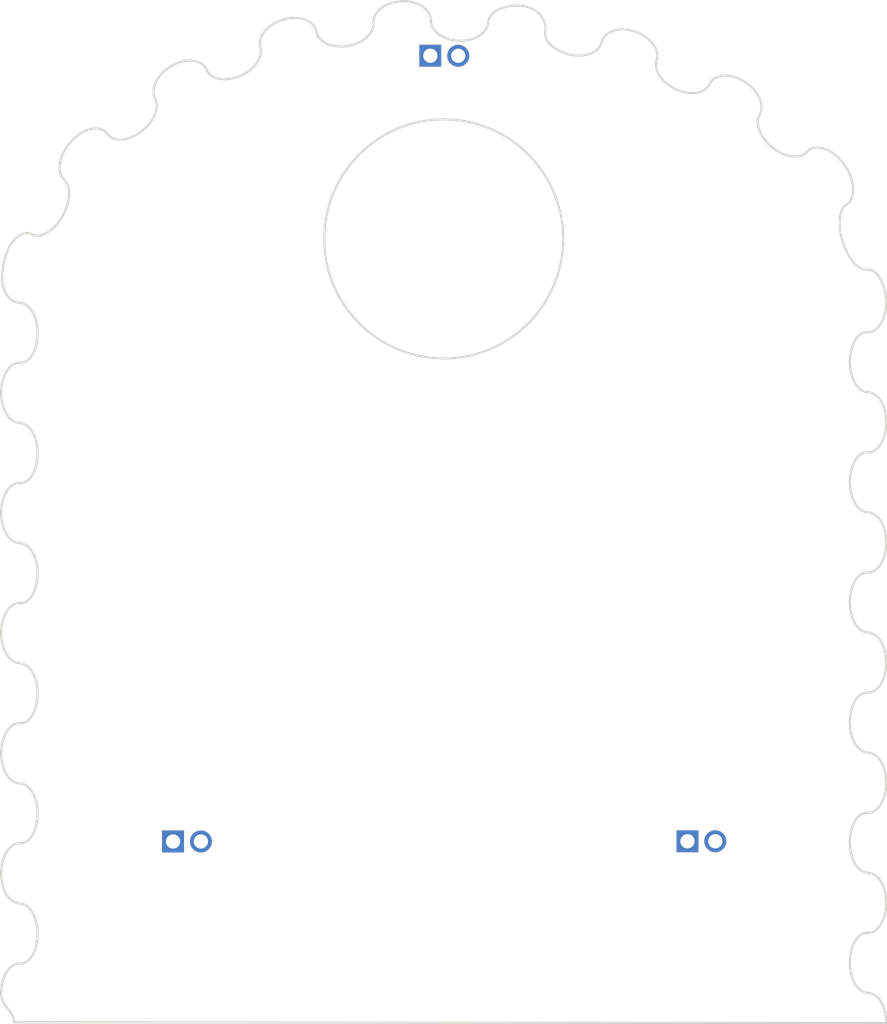
<source format=kicad_pcb>
(kicad_pcb (version 20171130) (host pcbnew "(5.1.5)-3")

  (general
    (thickness 1)
    (drawings 800)
    (tracks 0)
    (zones 0)
    (modules 3)
    (nets 1)
  )

  (page A4)
  (layers
    (0 F.Cu signal)
    (31 B.Cu signal)
    (32 B.Adhes user)
    (33 F.Adhes user)
    (34 B.Paste user)
    (35 F.Paste user)
    (36 B.SilkS user)
    (37 F.SilkS user)
    (38 B.Mask user)
    (39 F.Mask user)
    (40 Dwgs.User user)
    (41 Cmts.User user)
    (42 Eco1.User user)
    (43 Eco2.User user)
    (44 Edge.Cuts user)
    (45 Margin user)
    (46 B.CrtYd user)
    (47 F.CrtYd user)
    (48 B.Fab user)
    (49 F.Fab user)
  )

  (setup
    (last_trace_width 0.25)
    (trace_clearance 0.2)
    (zone_clearance 0.508)
    (zone_45_only no)
    (trace_min 0.2)
    (via_size 0.6)
    (via_drill 0.4)
    (via_min_size 0.4)
    (via_min_drill 0.3)
    (uvia_size 0.3)
    (uvia_drill 0.1)
    (uvias_allowed no)
    (uvia_min_size 0.2)
    (uvia_min_drill 0.1)
    (edge_width 0.15)
    (segment_width 0.2)
    (pcb_text_width 0.3)
    (pcb_text_size 1.5 1.5)
    (mod_edge_width 0.15)
    (mod_text_size 1 1)
    (mod_text_width 0.15)
    (pad_size 1.524 1.524)
    (pad_drill 0.762)
    (pad_to_mask_clearance 0.2)
    (aux_axis_origin 0 0)
    (visible_elements 7FFFFFFF)
    (pcbplotparams
      (layerselection 0x010f0_80000001)
      (usegerberextensions false)
      (usegerberattributes false)
      (usegerberadvancedattributes false)
      (creategerberjobfile false)
      (excludeedgelayer true)
      (linewidth 0.100000)
      (plotframeref false)
      (viasonmask false)
      (mode 1)
      (useauxorigin false)
      (hpglpennumber 1)
      (hpglpenspeed 20)
      (hpglpendiameter 15.000000)
      (psnegative false)
      (psa4output false)
      (plotreference true)
      (plotvalue true)
      (plotinvisibletext false)
      (padsonsilk false)
      (subtractmaskfromsilk false)
      (outputformat 1)
      (mirror false)
      (drillshape 1)
      (scaleselection 1)
      (outputdirectory "gerbers/"))
  )

  (net 0 "")

  (net_class Default "This is the default net class."
    (clearance 0.2)
    (trace_width 0.25)
    (via_dia 0.6)
    (via_drill 0.4)
    (uvia_dia 0.3)
    (uvia_drill 0.1)
  )

  (module Swadge_Parts:blade-plate-small (layer F.Cu) (tedit 5EC1BC70) (tstamp 5EC211F5)
    (at 0 0)
    (fp_text reference Ref** (at 0 0) (layer F.SilkS) hide
      (effects (font (size 1.27 1.27) (thickness 0.15)))
    )
    (fp_text value Val** (at 0 0) (layer F.SilkS) hide
      (effects (font (size 1.27 1.27) (thickness 0.15)))
    )
    (fp_poly (pts (xy 0.743151 -17.884783) (xy 1.409127 -17.756527) (xy 1.9685 -17.581291) (xy 2.572698 -17.312233)
      (xy 3.134607 -16.972882) (xy 3.649451 -16.568846) (xy 4.112453 -16.105736) (xy 4.518838 -15.589161)
      (xy 4.863831 -15.024729) (xy 5.142654 -14.41805) (xy 5.350533 -13.774734) (xy 5.404941 -13.545231)
      (xy 5.444765 -13.291856) (xy 5.47135 -12.978691) (xy 5.484697 -12.629575) (xy 5.484806 -12.268345)
      (xy 5.471677 -11.918836) (xy 5.44531 -11.604886) (xy 5.405705 -11.350332) (xy 5.404941 -11.346769)
      (xy 5.220963 -10.685593) (xy 4.964047 -10.061291) (xy 4.638502 -9.478953) (xy 4.248638 -8.943671)
      (xy 3.798763 -8.460536) (xy 3.293186 -8.034638) (xy 2.736216 -7.671069) (xy 2.132162 -7.37492)
      (xy 1.997578 -7.320939) (xy 1.405061 -7.134492) (xy 0.76047 -7.01193) (xy 0.551596 -6.987159)
      (xy 0.299963 -6.963668) (xy 0.095102 -6.951887) (xy -0.094828 -6.951922) (xy -0.301668 -6.96388)
      (xy -0.557259 -6.987865) (xy -0.58686 -6.990944) (xy -1.241999 -7.100746) (xy -1.86933 -7.287456)
      (xy -2.463743 -7.546415) (xy -3.020132 -7.872965) (xy -3.533389 -8.262447) (xy -3.998407 -8.710203)
      (xy -4.410076 -9.211573) (xy -4.763291 -9.761899) (xy -5.052942 -10.356523) (xy -5.273923 -10.990786)
      (xy -5.362608 -11.346769) (xy -5.402431 -11.600145) (xy -5.429016 -11.913309) (xy -5.442364 -12.262425)
      (xy -5.442419 -12.446) (xy -5.355166 -12.446) (xy -5.346646 -12.041375) (xy -5.318084 -11.690604)
      (xy -5.264982 -11.364314) (xy -5.182839 -11.033133) (xy -5.095761 -10.752667) (xy -4.849588 -10.142257)
      (xy -4.530091 -9.567093) (xy -4.143618 -9.034721) (xy -3.696517 -8.552684) (xy -3.195135 -8.128526)
      (xy -2.645821 -7.769793) (xy -2.534235 -7.708412) (xy -1.924413 -7.422963) (xy -1.314308 -7.219684)
      (xy -0.695788 -7.097243) (xy -0.060724 -7.054308) (xy 0.599016 -7.089549) (xy 0.950845 -7.137723)
      (xy 1.571276 -7.281243) (xy 2.168243 -7.501981) (xy 2.735063 -7.794169) (xy 3.265055 -8.152037)
      (xy 3.751538 -8.569818) (xy 4.187828 -9.041743) (xy 4.567245 -9.562042) (xy 4.883106 -10.124949)
      (xy 5.12873 -10.724693) (xy 5.138095 -10.752667) (xy 5.246 -11.108038) (xy 5.321356 -11.435618)
      (xy 5.368664 -11.764779) (xy 5.392422 -12.124896) (xy 5.3975 -12.446) (xy 5.392607 -12.790646)
      (xy 5.376905 -13.071351) (xy 5.348862 -13.308333) (xy 5.320432 -13.462) (xy 5.137657 -14.126877)
      (xy 4.885715 -14.74968) (xy 4.569288 -15.32655) (xy 4.193057 -15.853628) (xy 3.761705 -16.327055)
      (xy 3.279913 -16.74297) (xy 2.752362 -17.097515) (xy 2.183735 -17.386829) (xy 1.578712 -17.607053)
      (xy 0.941976 -17.754329) (xy 0.278208 -17.824795) (xy 0.021167 -17.830631) (xy -0.651602 -17.790211)
      (xy -1.299109 -17.671522) (xy -1.916672 -17.478425) (xy -2.499611 -17.21478) (xy -3.043243 -16.884445)
      (xy -3.542887 -16.49128) (xy -3.99386 -16.039144) (xy -4.391482 -15.531897) (xy -4.731071 -14.973399)
      (xy -5.007945 -14.367509) (xy -5.217422 -13.718087) (xy -5.278098 -13.462) (xy -5.315894 -13.243869)
      (xy -5.340253 -12.996451) (xy -5.352708 -12.69953) (xy -5.355166 -12.446) (xy -5.442419 -12.446)
      (xy -5.442473 -12.623656) (xy -5.429344 -12.973164) (xy -5.402976 -13.287114) (xy -5.363371 -13.541668)
      (xy -5.362608 -13.545231) (xy -5.180321 -14.19989) (xy -4.925442 -14.819847) (xy -4.602746 -15.399492)
      (xy -4.217008 -15.933217) (xy -3.773005 -16.415413) (xy -3.275513 -16.84047) (xy -2.729307 -17.202778)
      (xy -2.139164 -17.496729) (xy -1.926166 -17.581291) (xy -1.273315 -17.779641) (xy -0.605716 -17.89634)
      (xy 0.068988 -17.931387) (xy 0.743151 -17.884783)) (layer F.Fab) (width 0.01))
    (fp_poly (pts (xy -1.601395 -23.280695) (xy -1.447952 -23.274798) (xy -1.333208 -23.259333) (xy -1.234187 -23.230355)
      (xy -1.127912 -23.183917) (xy -1.061759 -23.151363) (xy -0.811829 -22.990436) (xy -0.63933 -22.795853)
      (xy -0.543708 -22.566922) (xy -0.529228 -22.486089) (xy -0.454441 -22.197076) (xy -0.312361 -21.956945)
      (xy -0.106604 -21.768312) (xy 0.159214 -21.633794) (xy 0.481477 -21.556008) (xy 0.783167 -21.536387)
      (xy 1.137101 -21.564315) (xy 1.42974 -21.648866) (xy 1.665389 -21.793138) (xy 1.848354 -22.000229)
      (xy 1.982941 -22.273237) (xy 2.033616 -22.436102) (xy 2.132754 -22.650875) (xy 2.304985 -22.826067)
      (xy 2.547875 -22.960359) (xy 2.85899 -23.052431) (xy 3.235895 -23.100963) (xy 3.263139 -23.102608)
      (xy 3.491264 -23.110478) (xy 3.663164 -23.102667) (xy 3.806192 -23.077029) (xy 3.884668 -23.053821)
      (xy 4.179992 -22.916978) (xy 4.413101 -22.726132) (xy 4.579783 -22.486935) (xy 4.675829 -22.205042)
      (xy 4.699 -21.960586) (xy 4.711824 -21.738704) (xy 4.757945 -21.570061) (xy 4.84884 -21.42609)
      (xy 4.959972 -21.310898) (xy 5.259696 -21.089601) (xy 5.602024 -20.939794) (xy 5.980766 -20.863777)
      (xy 6.189687 -20.854172) (xy 6.379786 -20.860412) (xy 6.522966 -20.883014) (xy 6.656583 -20.930207)
      (xy 6.759332 -20.97967) (xy 6.881931 -21.047121) (xy 6.969712 -21.113994) (xy 7.042354 -21.201947)
      (xy 7.119536 -21.332633) (xy 7.173646 -21.435596) (xy 7.274574 -21.617781) (xy 7.363157 -21.741673)
      (xy 7.456322 -21.828423) (xy 7.523328 -21.87255) (xy 7.781793 -21.978775) (xy 8.078024 -22.023108)
      (xy 8.395261 -22.008429) (xy 8.71674 -21.937616) (xy 9.025701 -21.813548) (xy 9.305382 -21.639102)
      (xy 9.414081 -21.547835) (xy 9.610579 -21.329801) (xy 9.730179 -21.101326) (xy 9.778638 -20.845848)
      (xy 9.761808 -20.54745) (xy 9.753295 -20.31122) (xy 9.80624 -20.097308) (xy 9.927409 -19.887109)
      (xy 10.05964 -19.72876) (xy 10.33049 -19.488155) (xy 10.637183 -19.305493) (xy 10.963229 -19.187745)
      (xy 11.292137 -19.141878) (xy 11.437302 -19.146602) (xy 11.683415 -19.193591) (xy 11.877306 -19.292533)
      (xy 12.04198 -19.45653) (xy 12.086172 -19.516157) (xy 12.261404 -19.719302) (xy 12.456154 -19.848658)
      (xy 12.687386 -19.915064) (xy 12.716927 -19.919135) (xy 13.015394 -19.918916) (xy 13.317119 -19.851425)
      (xy 13.610191 -19.726191) (xy 13.882701 -19.552742) (xy 14.122739 -19.340604) (xy 14.318396 -19.099306)
      (xy 14.457762 -18.838376) (xy 14.528926 -18.56734) (xy 14.535605 -18.464229) (xy 14.519537 -18.264063)
      (xy 14.472911 -18.104231) (xy 14.465332 -18.089019) (xy 14.4211 -17.961823) (xy 14.395709 -17.803656)
      (xy 14.393334 -17.746531) (xy 14.432338 -17.501013) (xy 14.541021 -17.247606) (xy 14.706884 -16.998812)
      (xy 14.917433 -16.767131) (xy 15.160168 -16.565065) (xy 15.422595 -16.405114) (xy 15.692216 -16.299781)
      (xy 15.873638 -16.265697) (xy 16.11382 -16.260438) (xy 16.306877 -16.302352) (xy 16.480661 -16.399271)
      (xy 16.552826 -16.456743) (xy 16.663864 -16.544275) (xy 16.761436 -16.594035) (xy 16.880268 -16.618918)
      (xy 17.019023 -16.629868) (xy 17.193603 -16.633307) (xy 17.328443 -16.614246) (xy 17.467325 -16.564057)
      (xy 17.551122 -16.525001) (xy 17.840169 -16.343151) (xy 18.110731 -16.092056) (xy 18.348298 -15.787048)
      (xy 18.501844 -15.520602) (xy 18.592867 -15.327466) (xy 18.650013 -15.174707) (xy 18.682591 -15.029882)
      (xy 18.69991 -14.860544) (xy 18.702296 -14.822042) (xy 18.704575 -14.56059) (xy 18.671682 -14.355992)
      (xy 18.595713 -14.184946) (xy 18.468767 -14.024151) (xy 18.412485 -13.967576) (xy 18.278707 -13.819026)
      (xy 18.190867 -13.665505) (xy 18.140848 -13.484149) (xy 18.120531 -13.252095) (xy 18.118903 -13.140689)
      (xy 18.142495 -12.800198) (xy 18.209694 -12.463522) (xy 18.314335 -12.141152) (xy 18.450253 -11.843585)
      (xy 18.611285 -11.581313) (xy 18.791264 -11.364832) (xy 18.984027 -11.204634) (xy 19.183409 -11.111215)
      (xy 19.322872 -11.091175) (xy 19.540578 -11.050301) (xy 19.734999 -10.929086) (xy 19.904622 -10.72901)
      (xy 20.047932 -10.451551) (xy 20.089573 -10.342179) (xy 20.136721 -10.193677) (xy 20.167097 -10.051922)
      (xy 20.184122 -9.890756) (xy 20.191218 -9.68402) (xy 20.192107 -9.558338) (xy 20.18217 -9.231105)
      (xy 20.147344 -8.969111) (xy 20.082082 -8.755165) (xy 19.980838 -8.572078) (xy 19.838065 -8.40266)
      (xy 19.810243 -8.374937) (xy 19.688105 -8.263504) (xy 19.587033 -8.198999) (xy 19.472896 -8.164147)
      (xy 19.360709 -8.147379) (xy 19.207558 -8.121576) (xy 19.098886 -8.076886) (xy 18.995651 -7.993813)
      (xy 18.938413 -7.936489) (xy 18.804622 -7.774393) (xy 18.70945 -7.596655) (xy 18.647884 -7.386381)
      (xy 18.61491 -7.126678) (xy 18.6055 -6.814714) (xy 18.606828 -6.600285) (xy 18.613656 -6.446856)
      (xy 18.630255 -6.33077) (xy 18.660893 -6.228369) (xy 18.709841 -6.115995) (xy 18.744449 -6.044745)
      (xy 18.886874 -5.802253) (xy 19.039515 -5.637641) (xy 19.209475 -5.54418) (xy 19.294663 -5.523351)
      (xy 19.531314 -5.46547) (xy 19.719159 -5.369965) (xy 19.8737 -5.223801) (xy 20.010437 -5.013943)
      (xy 20.088754 -4.855593) (xy 20.133972 -4.751604) (xy 20.164318 -4.659909) (xy 20.182188 -4.560656)
      (xy 20.189974 -4.433992) (xy 20.190071 -4.260067) (xy 20.18569 -4.051831) (xy 20.17894 -3.820084)
      (xy 20.16949 -3.652065) (xy 20.153516 -3.526842) (xy 20.127192 -3.423486) (xy 20.086696 -3.321065)
      (xy 20.030754 -3.203822) (xy 19.892462 -2.973788) (xy 19.732755 -2.8157) (xy 19.534873 -2.716965)
      (xy 19.319888 -2.669718) (xy 19.167697 -2.641891) (xy 19.062747 -2.596604) (xy 18.967632 -2.514493)
      (xy 18.920293 -2.462875) (xy 18.779882 -2.265335) (xy 18.683281 -2.03229) (xy 18.626583 -1.749985)
      (xy 18.605882 -1.404662) (xy 18.605631 -1.354667) (xy 18.617509 -1.035556) (xy 18.656809 -0.780362)
      (xy 18.72934 -0.571141) (xy 18.840914 -0.389947) (xy 18.962426 -0.252876) (xy 19.089293 -0.136671)
      (xy 19.197346 -0.070127) (xy 19.318782 -0.03533) (xy 19.366974 -0.027803) (xy 19.601944 0.036908)
      (xy 19.797317 0.164738) (xy 19.959677 0.361895) (xy 20.095611 0.634586) (xy 20.110671 0.673234)
      (xy 20.158581 0.860446) (xy 20.187969 1.103296) (xy 20.19882 1.374964) (xy 20.19112 1.648627)
      (xy 20.164853 1.897463) (xy 20.120007 2.094652) (xy 20.11145 2.118714) (xy 19.978825 2.389688)
      (xy 19.814277 2.596249) (xy 19.62451 2.732313) (xy 19.416227 2.791793) (xy 19.3675 2.794)
      (xy 19.159094 2.832693) (xy 18.978004 2.949216) (xy 18.821418 3.145487) (xy 18.800279 3.181209)
      (xy 18.681695 3.455867) (xy 18.611464 3.766238) (xy 18.588283 4.094077) (xy 18.610851 4.421142)
      (xy 18.677867 4.729189) (xy 18.78803 4.999977) (xy 18.940039 5.215261) (xy 18.945776 5.221231)
      (xy 19.029772 5.299052) (xy 19.119226 5.356675) (xy 19.235752 5.403628) (xy 19.40096 5.449438)
      (xy 19.534764 5.480865) (xy 19.674217 5.547236) (xy 19.821841 5.674445) (xy 19.95979 5.842761)
      (xy 20.070221 6.03245) (xy 20.102054 6.108171) (xy 20.15877 6.329215) (xy 20.191429 6.603027)
      (xy 20.200028 6.901199) (xy 20.184565 7.195319) (xy 20.145035 7.45698) (xy 20.102227 7.607828)
      (xy 20.012454 7.793445) (xy 19.891292 7.967486) (xy 19.754349 8.113449) (xy 19.617234 8.214828)
      (xy 19.495555 8.25512) (xy 19.489964 8.255236) (xy 19.235848 8.293389) (xy 19.020765 8.404974)
      (xy 18.846766 8.587261) (xy 18.715902 8.837521) (xy 18.630224 9.153023) (xy 18.595912 9.445361)
      (xy 18.59882 9.789223) (xy 18.648458 10.104791) (xy 18.740029 10.382062) (xy 18.868739 10.611034)
      (xy 19.02979 10.781705) (xy 19.218388 10.884073) (xy 19.294663 10.902713) (xy 19.570968 10.976137)
      (xy 19.787132 11.09907) (xy 19.955246 11.281686) (xy 20.087402 11.534158) (xy 20.107995 11.586979)
      (xy 20.150526 11.754994) (xy 20.179694 11.979944) (xy 20.195094 12.236711) (xy 20.196324 12.500181)
      (xy 20.182981 12.745237) (xy 20.154662 12.946763) (xy 20.131214 13.033809) (xy 20.001972 13.30704)
      (xy 19.831526 13.522299) (xy 19.628573 13.672047) (xy 19.401808 13.748742) (xy 19.296665 13.757403)
      (xy 19.12299 13.798139) (xy 18.967704 13.91014) (xy 18.834127 14.081357) (xy 18.72558 14.299739)
      (xy 18.645383 14.553237) (xy 18.596856 14.829801) (xy 18.583319 15.117382) (xy 18.608092 15.40393)
      (xy 18.674496 15.677394) (xy 18.729317 15.816441) (xy 18.855774 16.052762) (xy 18.992859 16.218353)
      (xy 19.156584 16.32698) (xy 19.362967 16.392407) (xy 19.409834 16.401355) (xy 19.62272 16.466519)
      (xy 19.797992 16.586705) (xy 19.948771 16.773052) (xy 20.040905 16.937022) (xy 20.1033 17.064364)
      (xy 20.145762 17.166255) (xy 20.172128 17.264085) (xy 20.186232 17.379244) (xy 20.191909 17.533121)
      (xy 20.192996 17.747104) (xy 20.193 17.785234) (xy 20.190183 18.037756) (xy 20.180289 18.225903)
      (xy 20.161151 18.369825) (xy 20.130605 18.489671) (xy 20.11145 18.544047) (xy 19.978825 18.815021)
      (xy 19.814277 19.021582) (xy 19.62451 19.157646) (xy 19.416227 19.217126) (xy 19.3675 19.219333)
      (xy 19.155576 19.25956) (xy 18.972431 19.378682) (xy 18.819028 19.575626) (xy 18.69633 19.849319)
      (xy 18.644186 20.02471) (xy 18.598187 20.316458) (xy 18.593983 20.641097) (xy 18.629714 20.962738)
      (xy 18.703515 21.245487) (xy 18.708174 21.257966) (xy 18.827553 21.486943) (xy 18.989136 21.674336)
      (xy 19.176931 21.804977) (xy 19.342531 21.859648) (xy 19.487893 21.892795) (xy 19.618221 21.938153)
      (xy 19.640827 21.948882) (xy 19.822615 22.086261) (xy 19.978432 22.287515) (xy 20.098461 22.533409)
      (xy 20.172886 22.804707) (xy 20.193 23.030921) (xy 20.193 23.283333) (xy -19.590911 23.283333)
      (xy -19.618031 23.13877) (xy -19.654861 23.041057) (xy -19.730793 22.900452) (xy -19.832488 22.740534)
      (xy -19.887325 22.662756) (xy -20.1295 22.331304) (xy -20.143901 21.898402) (xy -20.143728 21.873099)
      (xy -20.098037 21.873099) (xy -20.062878 22.129603) (xy -19.958954 22.364392) (xy -19.926647 22.414754)
      (xy -19.759355 22.666096) (xy -19.63894 22.856948) (xy -19.561282 22.994404) (xy -19.522264 23.085559)
      (xy -19.515666 23.122616) (xy -19.513173 23.131123) (xy -19.503508 23.138979) (xy -19.483396 23.146214)
      (xy -19.44956 23.152858) (xy -19.398724 23.158943) (xy -19.327612 23.164498) (xy -19.232948 23.169553)
      (xy -19.111456 23.17414) (xy -18.959859 23.178287) (xy -18.774881 23.182026) (xy -18.553247 23.185386)
      (xy -18.291679 23.188399) (xy -17.986901 23.191094) (xy -17.635638 23.193502) (xy -17.234614 23.195652)
      (xy -16.780551 23.197576) (xy -16.270174 23.199304) (xy -15.700207 23.200865) (xy -15.067374 23.202291)
      (xy -14.368397 23.203611) (xy -13.600002 23.204855) (xy -12.758912 23.206055) (xy -11.84185 23.207241)
      (xy -10.845541 23.208442) (xy -10.149416 23.20925) (xy -8.229369 23.21146) (xy -6.392162 23.213574)
      (xy -4.63597 23.21559) (xy -2.958966 23.217507) (xy -1.359325 23.219322) (xy 0.16478 23.221033)
      (xy 1.615174 23.222639) (xy 2.993683 23.224136) (xy 4.302134 23.225524) (xy 5.542352 23.2268)
      (xy 6.716163 23.227962) (xy 7.825394 23.229008) (xy 8.871871 23.229936) (xy 9.857418 23.230744)
      (xy 10.783864 23.231429) (xy 11.653032 23.231991) (xy 12.46675 23.232426) (xy 13.226844 23.232733)
      (xy 13.935138 23.232909) (xy 14.593461 23.232953) (xy 15.203636 23.232863) (xy 15.767491 23.232636)
      (xy 16.286852 23.232271) (xy 16.763544 23.231765) (xy 17.199393 23.231116) (xy 17.596226 23.230323)
      (xy 17.955868 23.229383) (xy 18.280146 23.228295) (xy 18.570885 23.227055) (xy 18.829912 23.225663)
      (xy 19.059052 23.224115) (xy 19.260131 23.222411) (xy 19.434976 23.220548) (xy 19.585412 23.218523)
      (xy 19.713266 23.216336) (xy 19.820363 23.213983) (xy 19.90853 23.211463) (xy 19.979592 23.208774)
      (xy 20.035376 23.205914) (xy 20.077707 23.20288) (xy 20.108411 23.199671) (xy 20.129315 23.196284)
      (xy 20.142245 23.192718) (xy 20.149026 23.188971) (xy 20.151484 23.18504) (xy 20.151446 23.180923)
      (xy 20.150737 23.176618) (xy 20.150667 23.175273) (xy 20.133503 23.027282) (xy 20.088528 22.835554)
      (xy 20.025514 22.632218) (xy 19.954232 22.449404) (xy 19.895191 22.335323) (xy 19.731237 22.135586)
      (xy 19.534177 22.009244) (xy 19.323894 21.951855) (xy 19.094954 21.88117) (xy 18.900175 21.739774)
      (xy 18.731584 21.521785) (xy 18.723745 21.508846) (xy 18.610883 21.279392) (xy 18.540027 21.02895)
      (xy 18.507529 20.738328) (xy 18.509741 20.388335) (xy 18.50995 20.383976) (xy 18.55057 20.029643)
      (xy 18.633268 19.725297) (xy 18.753997 19.47729) (xy 18.908706 19.291975) (xy 19.093348 19.175705)
      (xy 19.303873 19.134831) (xy 19.30611 19.134825) (xy 19.486849 19.096511) (xy 19.668345 18.99233)
      (xy 19.828279 18.837875) (xy 19.914697 18.709588) (xy 20.049967 18.3881) (xy 20.12374 18.045835)
      (xy 20.137282 17.698678) (xy 20.09186 17.362511) (xy 19.988738 17.053216) (xy 19.829183 16.786678)
      (xy 19.75455 16.700459) (xy 19.63319 16.587288) (xy 19.523083 16.524077) (xy 19.387808 16.490815)
      (xy 19.3675 16.487793) (xy 19.116157 16.420699) (xy 18.916682 16.293376) (xy 18.777354 16.132638)
      (xy 18.649703 15.894915) (xy 18.561863 15.618375) (xy 18.512455 15.317193) (xy 18.500101 15.005546)
      (xy 18.523424 14.697614) (xy 18.581043 14.407572) (xy 18.671582 14.149598) (xy 18.793662 13.93787)
      (xy 18.945905 13.786565) (xy 19.009087 13.74899) (xy 19.143651 13.698724) (xy 19.307414 13.658959)
      (xy 19.366521 13.649706) (xy 19.509138 13.620512) (xy 19.622303 13.562382) (xy 19.743701 13.455529)
      (xy 19.751825 13.447382) (xy 19.920903 13.236818) (xy 20.036262 12.993697) (xy 20.102598 12.704068)
      (xy 20.124609 12.353981) (xy 20.124634 12.340167) (xy 20.120203 12.113719) (xy 20.104124 11.942757)
      (xy 20.072213 11.798432) (xy 20.027477 11.669947) (xy 19.902049 11.419736) (xy 19.747025 11.219953)
      (xy 19.573111 11.080709) (xy 19.391016 11.012117) (xy 19.325167 11.006667) (xy 19.137058 10.965358)
      (xy 18.955992 10.845533) (xy 18.78882 10.653342) (xy 18.642392 10.394934) (xy 18.641423 10.392833)
      (xy 18.581441 10.246852) (xy 18.542962 10.104702) (xy 18.519994 9.936522) (xy 18.506969 9.722672)
      (xy 18.509373 9.343762) (xy 18.553203 9.02527) (xy 18.641368 8.752215) (xy 18.72802 8.58503)
      (xy 18.859285 8.397603) (xy 18.994954 8.276457) (xy 19.158089 8.205287) (xy 19.307031 8.175624)
      (xy 19.506461 8.13698) (xy 19.650018 8.076545) (xy 19.766226 7.979258) (xy 19.834563 7.897099)
      (xy 19.99095 7.62722) (xy 20.093063 7.308363) (xy 20.137674 6.959101) (xy 20.121552 6.598006)
      (xy 20.09079 6.423665) (xy 20.005563 6.146477) (xy 19.886274 5.909277) (xy 19.741568 5.722885)
      (xy 19.580091 5.598122) (xy 19.410486 5.545807) (xy 19.388667 5.544895) (xy 19.284508 5.526741)
      (xy 19.150988 5.482583) (xy 19.105529 5.463309) (xy 18.910703 5.329956) (xy 18.74822 5.12704)
      (xy 18.622767 4.865022) (xy 18.539031 4.55436) (xy 18.501701 4.205515) (xy 18.500169 4.112457)
      (xy 18.524017 3.742863) (xy 18.591944 3.419492) (xy 18.70014 3.148799) (xy 18.84479 2.937243)
      (xy 19.022083 2.79128) (xy 19.228206 2.717367) (xy 19.328651 2.709333) (xy 19.527294 2.668582)
      (xy 19.714635 2.552483) (xy 19.867879 2.381434) (xy 19.982023 2.192359) (xy 20.058268 1.999925)
      (xy 20.102762 1.78044) (xy 20.121654 1.510213) (xy 20.123367 1.397) (xy 20.10703 1.050078)
      (xy 20.050953 0.765007) (xy 19.950053 0.526385) (xy 19.799244 0.318814) (xy 19.750324 0.267116)
      (xy 19.627623 0.156694) (xy 19.515361 0.095479) (xy 19.375235 0.063451) (xy 19.355451 0.060714)
      (xy 19.10827 -0.009691) (xy 18.901741 -0.151077) (xy 18.733934 -0.365415) (xy 18.602919 -0.654677)
      (xy 18.577163 -0.734061) (xy 18.535367 -0.888794) (xy 18.511534 -1.03264) (xy 18.503059 -1.194551)
      (xy 18.507336 -1.403484) (xy 18.510489 -1.474894) (xy 18.536326 -1.789586) (xy 18.584794 -2.040242)
      (xy 18.662525 -2.245967) (xy 18.776147 -2.425867) (xy 18.883468 -2.549677) (xy 19.000313 -2.663543)
      (xy 19.090515 -2.725184) (xy 19.179418 -2.7492) (xy 19.234077 -2.751667) (xy 19.473248 -2.791599)
      (xy 19.683723 -2.909206) (xy 19.861586 -3.101203) (xy 20.002919 -3.364302) (xy 20.021647 -3.412153)
      (xy 20.115702 -3.771483) (xy 20.140554 -4.145962) (xy 20.097121 -4.514372) (xy 19.98632 -4.855497)
      (xy 19.956524 -4.917855) (xy 19.847759 -5.103382) (xy 19.727392 -5.236434) (xy 19.575288 -5.331023)
      (xy 19.371314 -5.401161) (xy 19.207683 -5.438983) (xy 19.060697 -5.50519) (xy 18.90662 -5.635734)
      (xy 18.761914 -5.813628) (xy 18.643255 -6.021417) (xy 18.592622 -6.136227) (xy 18.558329 -6.235465)
      (xy 18.537274 -6.340055) (xy 18.526354 -6.470919) (xy 18.522467 -6.648981) (xy 18.522327 -6.836833)
      (xy 18.524976 -7.078001) (xy 18.53319 -7.255942) (xy 18.549652 -7.392048) (xy 18.577043 -7.507708)
      (xy 18.618044 -7.624314) (xy 18.622437 -7.635443) (xy 18.756099 -7.893018) (xy 18.923128 -8.083198)
      (xy 19.117313 -8.200053) (xy 19.248032 -8.233) (xy 19.500265 -8.289704) (xy 19.698648 -8.393647)
      (xy 19.855985 -8.555692) (xy 19.98508 -8.786702) (xy 20.029993 -8.896399) (xy 20.119434 -9.245389)
      (xy 20.138035 -9.62066) (xy 20.087364 -10.004611) (xy 19.968989 -10.379641) (xy 19.881354 -10.564996)
      (xy 19.729114 -10.791692) (xy 19.556762 -10.937059) (xy 19.362531 -11.002426) (xy 19.293554 -11.006667)
      (xy 19.069846 -11.042861) (xy 18.861053 -11.154553) (xy 18.666443 -11.337119) (xy 18.463074 -11.619591)
      (xy 18.290302 -11.961149) (xy 18.156008 -12.339317) (xy 18.068068 -12.73162) (xy 18.034362 -13.115582)
      (xy 18.034236 -13.140689) (xy 18.043052 -13.404911) (xy 18.073947 -13.607385) (xy 18.134216 -13.769727)
      (xy 18.231154 -13.913556) (xy 18.331494 -14.021476) (xy 18.485029 -14.196527) (xy 18.577549 -14.370699)
      (xy 18.618302 -14.570114) (xy 18.616534 -14.820894) (xy 18.616198 -14.825647) (xy 18.557454 -15.132185)
      (xy 18.431931 -15.448907) (xy 18.252346 -15.756857) (xy 18.031414 -16.037079) (xy 17.781852 -16.270619)
      (xy 17.543064 -16.425333) (xy 17.378653 -16.493579) (xy 17.207669 -16.525416) (xy 17.056012 -16.531167)
      (xy 16.90006 -16.527608) (xy 16.796105 -16.509421) (xy 16.711543 -16.465342) (xy 16.613771 -16.384106)
      (xy 16.603455 -16.374809) (xy 16.452459 -16.262453) (xy 16.28934 -16.197296) (xy 16.090347 -16.172932)
      (xy 15.878481 -16.179278) (xy 15.598227 -16.232348) (xy 15.325801 -16.344062) (xy 15.069114 -16.504273)
      (xy 14.836079 -16.70283) (xy 14.634608 -16.929584) (xy 14.472612 -17.174387) (xy 14.358005 -17.42709)
      (xy 14.298698 -17.677542) (xy 14.302604 -17.915595) (xy 14.36909 -18.115427) (xy 14.43924 -18.33416)
      (xy 14.435812 -18.56889) (xy 14.365875 -18.809823) (xy 14.236495 -19.047166) (xy 14.054737 -19.271126)
      (xy 13.82767 -19.471909) (xy 13.562358 -19.639722) (xy 13.265869 -19.764771) (xy 13.155987 -19.796637)
      (xy 12.875047 -19.842143) (xy 12.636553 -19.818995) (xy 12.428165 -19.723089) (xy 12.237542 -19.550322)
      (xy 12.171427 -19.469224) (xy 12.008434 -19.28199) (xy 11.846018 -19.160791) (xy 11.658201 -19.09127)
      (xy 11.430745 -19.05988) (xy 11.076989 -19.075482) (xy 10.723926 -19.167879) (xy 10.387546 -19.330591)
      (xy 10.083839 -19.557139) (xy 9.997596 -19.640583) (xy 9.863965 -19.7901) (xy 9.772187 -19.929596)
      (xy 9.714838 -20.080911) (xy 9.684498 -20.26589) (xy 9.673743 -20.506377) (xy 9.673225 -20.595167)
      (xy 9.672163 -20.800929) (xy 9.666153 -20.943214) (xy 9.650869 -21.04321) (xy 9.621986 -21.122105)
      (xy 9.575176 -21.201087) (xy 9.538578 -21.254608) (xy 9.307359 -21.515079) (xy 9.02104 -21.715547)
      (xy 8.688684 -21.851251) (xy 8.319353 -21.917431) (xy 8.270879 -21.920587) (xy 7.967075 -21.917399)
      (xy 7.725347 -21.867497) (xy 7.533071 -21.764021) (xy 7.377625 -21.600112) (xy 7.246385 -21.368912)
      (xy 7.243318 -21.362239) (xy 7.150521 -21.179082) (xy 7.057871 -21.053376) (xy 6.942208 -20.96118)
      (xy 6.780374 -20.878548) (xy 6.771787 -20.874738) (xy 6.465657 -20.783091) (xy 6.129435 -20.758054)
      (xy 5.781143 -20.79657) (xy 5.438802 -20.895583) (xy 5.120433 -21.052035) (xy 4.9299 -21.187153)
      (xy 4.770377 -21.345232) (xy 4.671393 -21.518394) (xy 4.622825 -21.72988) (xy 4.613404 -21.913898)
      (xy 4.577373 -22.22056) (xy 4.470908 -22.48081) (xy 4.293269 -22.695666) (xy 4.04372 -22.866149)
      (xy 3.868455 -22.944075) (xy 3.601944 -23.008664) (xy 3.302517 -23.0216) (xy 2.994285 -22.986662)
      (xy 2.701362 -22.907627) (xy 2.447858 -22.788271) (xy 2.329472 -22.702986) (xy 2.245209 -22.624364)
      (xy 2.185048 -22.544854) (xy 2.138734 -22.442893) (xy 2.096012 -22.296919) (xy 2.056338 -22.128683)
      (xy 1.986369 -21.978329) (xy 1.852039 -21.822385) (xy 1.670675 -21.67753) (xy 1.471583 -21.565827)
      (xy 1.336596 -21.508539) (xy 1.218839 -21.472889) (xy 1.090334 -21.454037) (xy 0.923104 -21.447147)
      (xy 0.783167 -21.446778) (xy 0.552973 -21.452516) (xy 0.377927 -21.470312) (xy 0.228865 -21.504451)
      (xy 0.110878 -21.54557) (xy -0.120837 -21.661166) (xy -0.320079 -21.809056) (xy -0.473654 -21.975549)
      (xy -0.56837 -22.146955) (xy -0.592903 -22.275815) (xy -0.632646 -22.526303) (xy -0.744041 -22.747848)
      (xy -0.917246 -22.934476) (xy -1.142422 -23.080212) (xy -1.409729 -23.179082) (xy -1.709326 -23.225112)
      (xy -2.031372 -23.212328) (xy -2.113999 -23.199285) (xy -2.430625 -23.115656) (xy -2.690502 -22.984553)
      (xy -2.913848 -22.793781) (xy -3.044393 -22.638141) (xy -3.076902 -22.560213) (xy -3.108643 -22.426725)
      (xy -3.132751 -22.266562) (xy -3.132767 -22.266414) (xy -3.195645 -21.981446) (xy -3.319959 -21.742256)
      (xy -3.511337 -21.542287) (xy -3.775402 -21.374981) (xy -3.973202 -21.286704) (xy -4.11199 -21.239583)
      (xy -4.256053 -21.210282) (xy -4.432104 -21.195024) (xy -4.656666 -21.190079) (xy -4.864851 -21.191116)
      (xy -5.013564 -21.199565) (xy -5.12794 -21.219699) (xy -5.233117 -21.255792) (xy -5.343562 -21.306864)
      (xy -5.516516 -21.406203) (xy -5.643932 -21.520747) (xy -5.744537 -21.672811) (xy -5.837057 -21.884714)
      (xy -5.844096 -21.903386) (xy -5.965017 -22.128213) (xy -6.140422 -22.293622) (xy -6.376984 -22.404977)
      (xy -6.511845 -22.440305) (xy -6.810814 -22.466108) (xy -7.123081 -22.42785) (xy -7.430669 -22.333218)
      (xy -7.715604 -22.189896) (xy -7.959908 -22.005567) (xy -8.145606 -21.787917) (xy -8.182434 -21.726149)
      (xy -8.23821 -21.614504) (xy -8.271197 -21.51397) (xy -8.286328 -21.39684) (xy -8.288535 -21.235412)
      (xy -8.286627 -21.140952) (xy -8.285948 -20.934762) (xy -8.298442 -20.786835) (xy -8.327588 -20.671326)
      (xy -8.36013 -20.595167) (xy -8.510447 -20.369327) (xy -8.729744 -20.152992) (xy -9.002455 -19.960159)
      (xy -9.16497 -19.871459) (xy -9.32304 -19.795548) (xy -9.444799 -19.747339) (xy -9.55909 -19.720561)
      (xy -9.694758 -19.708939) (xy -9.880644 -19.706201) (xy -9.924945 -19.706167) (xy -10.189177 -19.714197)
      (xy -10.388669 -19.743821) (xy -10.542296 -19.803334) (xy -10.668933 -19.901033) (xy -10.787455 -20.045217)
      (xy -10.826796 -20.102596) (xy -10.997752 -20.314212) (xy -11.18373 -20.448344) (xy -11.398803 -20.512168)
      (xy -11.635228 -20.514896) (xy -11.954546 -20.45149) (xy -12.263342 -20.323858) (xy -12.547438 -20.143219)
      (xy -12.792654 -19.920786) (xy -12.984811 -19.667778) (xy -13.109731 -19.395409) (xy -13.126475 -19.335257)
      (xy -13.149894 -19.21608) (xy -13.150826 -19.111319) (xy -13.126345 -18.988515) (xy -13.081921 -18.841199)
      (xy -13.032593 -18.674533) (xy -13.011344 -18.552205) (xy -13.015063 -18.439844) (xy -13.035419 -18.327037)
      (xy -13.140151 -18.019177) (xy -13.31065 -17.732691) (xy -13.5344 -17.476498) (xy -13.798889 -17.259518)
      (xy -14.091602 -17.090671) (xy -14.400026 -16.978875) (xy -14.711646 -16.933049) (xy -14.964977 -16.951734)
      (xy -15.107218 -17.009092) (xy -15.277709 -17.12844) (xy -15.343628 -17.185336) (xy -15.476833 -17.293186)
      (xy -15.607071 -17.377651) (xy -15.704664 -17.419947) (xy -15.936819 -17.429715) (xy -16.18093 -17.368013)
      (xy -16.427543 -17.245288) (xy -16.667202 -17.071983) (xy -16.890453 -16.858544) (xy -17.08784 -16.615417)
      (xy -17.249909 -16.353046) (xy -17.367205 -16.081876) (xy -17.430272 -15.812353) (xy -17.429655 -15.554922)
      (xy -17.423976 -15.520583) (xy -17.379535 -15.399037) (xy -17.298731 -15.260799) (xy -17.25257 -15.199746)
      (xy -17.132858 -15.032614) (xy -17.059629 -14.862283) (xy -17.026065 -14.663877) (xy -17.025344 -14.412518)
      (xy -17.02715 -14.377455) (xy -17.076306 -14.043502) (xy -17.180624 -13.717927) (xy -17.331398 -13.412134)
      (xy -17.519923 -13.137533) (xy -17.737495 -12.90553) (xy -17.975408 -12.727532) (xy -18.224957 -12.614947)
      (xy -18.397653 -12.581507) (xy -18.578953 -12.580548) (xy -18.748707 -12.602838) (xy -18.799595 -12.61652)
      (xy -19.000583 -12.641819) (xy -19.198205 -12.590394) (xy -19.387132 -12.470164) (xy -19.562037 -12.289049)
      (xy -19.71759 -12.054969) (xy -19.848463 -11.775842) (xy -19.949327 -11.45959) (xy -20.014854 -11.11413)
      (xy -20.039406 -10.773833) (xy -20.028424 -10.469227) (xy -19.980405 -10.224229) (xy -19.889128 -10.019589)
      (xy -19.748371 -9.836055) (xy -19.730107 -9.816851) (xy -19.607339 -9.70014) (xy -19.503338 -9.633002)
      (xy -19.386073 -9.597277) (xy -19.325166 -9.587272) (xy -19.073895 -9.520369) (xy -18.874407 -9.393099)
      (xy -18.735021 -9.232305) (xy -18.60737 -8.994582) (xy -18.519529 -8.718042) (xy -18.470122 -8.41686)
      (xy -18.457768 -8.105213) (xy -18.48109 -7.797281) (xy -18.53871 -7.507239) (xy -18.629249 -7.249265)
      (xy -18.751329 -7.037537) (xy -18.903571 -6.886232) (xy -18.966753 -6.848657) (xy -19.101318 -6.798391)
      (xy -19.265081 -6.758626) (xy -19.324187 -6.749373) (xy -19.466805 -6.720179) (xy -19.579969 -6.662049)
      (xy -19.701367 -6.555196) (xy -19.709491 -6.547049) (xy -19.87857 -6.336485) (xy -19.993928 -6.093364)
      (xy -20.060264 -5.803735) (xy -20.082275 -5.453648) (xy -20.0823 -5.439833) (xy -20.077915 -5.213929)
      (xy -20.061897 -5.043015) (xy -20.029951 -4.89773) (xy -19.983204 -4.7625) (xy -19.865673 -4.530813)
      (xy -19.714826 -4.338043) (xy -19.545139 -4.199079) (xy -19.371089 -4.128806) (xy -19.366134 -4.127945)
      (xy -19.157001 -4.07994) (xy -18.998611 -4.005811) (xy -18.857419 -3.887446) (xy -18.794332 -3.819224)
      (xy -18.630589 -3.577568) (xy -18.521932 -3.284382) (xy -18.466429 -2.933214) (xy -18.457836 -2.694291)
      (xy -18.478664 -2.32133) (xy -18.542548 -2.006889) (xy -18.653172 -1.734533) (xy -18.686461 -1.674671)
      (xy -18.823946 -1.482562) (xy -18.976435 -1.361718) (xy -19.162195 -1.298799) (xy -19.211729 -1.291096)
      (xy -19.460263 -1.236563) (xy -19.648653 -1.140296) (xy -19.789743 -1.000026) (xy -19.948727 -0.726154)
      (xy -20.051743 -0.403955) (xy -20.095687 -0.051234) (xy -20.077459 0.314202) (xy -20.047628 0.480394)
      (xy -19.945219 0.803088) (xy -19.797616 1.056562) (xy -19.606096 1.239371) (xy -19.371936 1.350073)
      (xy -19.255814 1.375553) (xy -19.048907 1.447912) (xy -18.85786 1.591943) (xy -18.693472 1.794802)
      (xy -18.56654 2.043646) (xy -18.496883 2.278243) (xy -18.471109 2.482477) (xy -18.464032 2.732503)
      (xy -18.474155 2.999043) (xy -18.499984 3.25282) (xy -18.540024 3.464555) (xy -18.561045 3.534833)
      (xy -18.679435 3.789268) (xy -18.832369 3.988944) (xy -19.010166 4.12475) (xy -19.203144 4.187572)
      (xy -19.257947 4.190842) (xy -19.463842 4.230574) (xy -19.647588 4.341905) (xy -19.80522 4.51374)
      (xy -19.932772 4.734986) (xy -20.026279 4.99455) (xy -20.081777 5.281338) (xy -20.095299 5.584257)
      (xy -20.062881 5.892215) (xy -19.980556 6.194117) (xy -19.977222 6.203103) (xy -19.89789 6.368995)
      (xy -19.793387 6.530575) (xy -19.734002 6.601934) (xy -19.650491 6.68216) (xy -19.564899 6.74121)
      (xy -19.456342 6.788393) (xy -19.303937 6.833021) (xy -19.114465 6.878142) (xy -18.976337 6.945366)
      (xy -18.832414 7.075699) (xy -18.69915 7.25056) (xy -18.593001 7.451368) (xy -18.5814 7.480084)
      (xy -18.513897 7.722472) (xy -18.473221 8.014756) (xy -18.460805 8.326065) (xy -18.478081 8.625527)
      (xy -18.517823 8.850222) (xy -18.59077 9.066212) (xy -18.691349 9.269704) (xy -18.807152 9.441124)
      (xy -18.925771 9.560896) (xy -18.992976 9.599766) (xy -19.108925 9.633413) (xy -19.260514 9.664399)
      (xy -19.324187 9.674137) (xy -19.468545 9.70535) (xy -19.584032 9.766401) (xy -19.708628 9.877415)
      (xy -19.709491 9.878284) (xy -19.87857 10.088848) (xy -19.993928 10.331969) (xy -20.060264 10.621598)
      (xy -20.082275 10.971685) (xy -20.0823 10.9855) (xy -20.077915 11.211404) (xy -20.061897 11.382319)
      (xy -20.029951 11.527604) (xy -19.983204 11.662833) (xy -19.865673 11.894521) (xy -19.714826 12.08729)
      (xy -19.545139 12.226254) (xy -19.371089 12.296527) (xy -19.366134 12.297388) (xy -19.155495 12.345616)
      (xy -18.994746 12.419007) (xy -18.849538 12.53424) (xy -18.821086 12.562025) (xy -18.667432 12.761793)
      (xy -18.558618 13.012955) (xy -18.491555 13.324609) (xy -18.466663 13.606451) (xy -18.466278 13.970059)
      (xy -18.504926 14.276329) (xy -18.586069 14.544753) (xy -18.661713 14.70534) (xy -18.811557 14.921442)
      (xy -18.991731 15.062408) (xy -19.211409 15.135081) (xy -19.244347 15.140002) (xy -19.469575 15.188404)
      (xy -19.638923 15.273951) (xy -19.777761 15.409989) (xy -19.791762 15.427954) (xy -19.954061 15.70717)
      (xy -20.055998 16.029325) (xy -20.096736 16.377147) (xy -20.075441 16.733369) (xy -19.991277 17.080721)
      (xy -19.883765 17.330019) (xy -19.73419 17.552255) (xy -19.55426 17.700867) (xy -19.331662 17.784953)
      (xy -19.247787 17.799945) (xy -19.025904 17.872819) (xy -18.832245 18.02503) (xy -18.667683 18.255788)
      (xy -18.604575 18.382321) (xy -18.5426 18.537647) (xy -18.502675 18.689571) (xy -18.478494 18.869053)
      (xy -18.465719 19.064112) (xy -18.469941 19.449668) (xy -18.519466 19.790931) (xy -18.610984 20.081684)
      (xy -18.741185 20.31571) (xy -18.90676 20.486792) (xy -19.104399 20.588714) (xy -19.292071 20.616333)
      (xy -19.481131 20.657018) (xy -19.658633 20.77265) (xy -19.816804 20.953593) (xy -19.947871 21.190212)
      (xy -20.04406 21.472872) (xy -20.067369 21.577394) (xy -20.098037 21.873099) (xy -20.143728 21.873099)
      (xy -20.141765 21.587586) (xy -20.108738 21.335871) (xy -20.03957 21.121668) (xy -19.929014 20.923388)
      (xy -19.89512 20.874916) (xy -19.745741 20.7025) (xy -19.584228 20.595666) (xy -19.381918 20.536958)
      (xy -19.326049 20.528352) (xy -19.102597 20.475416) (xy -18.935375 20.37726) (xy -18.801707 20.219367)
      (xy -18.774666 20.175367) (xy -18.650291 19.897427) (xy -18.574696 19.584465) (xy -18.546771 19.254331)
      (xy -18.565406 18.924876) (xy -18.629492 18.61395) (xy -18.737917 18.339402) (xy -18.889573 18.119083)
      (xy -18.903442 18.104435) (xy -18.986927 18.026982) (xy -19.07565 17.969596) (xy -19.191102 17.922819)
      (xy -19.354775 17.877191) (xy -19.494488 17.844285) (xy -19.627498 17.780016) (xy -19.77118 17.655773)
      (xy -19.907816 17.491347) (xy -20.01969 17.30653) (xy -20.061466 17.2109) (xy -20.11356 17.009383)
      (xy -20.145498 16.754906) (xy -20.157152 16.474403) (xy -20.148398 16.194807) (xy -20.119109 15.943053)
      (xy -20.069158 15.746074) (xy -20.068337 15.743901) (xy -19.93967 15.467748) (xy -19.788236 15.266924)
      (xy -19.605044 15.133222) (xy -19.381099 15.058432) (xy -19.304 15.046176) (xy -19.153276 15.018278)
      (xy -19.042961 14.967432) (xy -18.932959 14.87324) (xy -18.901833 14.84159) (xy -18.763544 14.672257)
      (xy -18.665587 14.48457) (xy -18.602945 14.261839) (xy -18.570601 13.987375) (xy -18.563166 13.715047)
      (xy -18.564494 13.500618) (xy -18.571322 13.347189) (xy -18.587921 13.231103) (xy -18.61856 13.128702)
      (xy -18.667507 13.016328) (xy -18.702116 12.945078) (xy -18.844496 12.702636) (xy -18.996971 12.538179)
      (xy -19.166542 12.445081) (xy -19.252329 12.424374) (xy -19.53128 12.345817) (xy -19.757612 12.204536)
      (xy -19.936715 11.995939) (xy -20.069117 11.72838) (xy -20.114563 11.550162) (xy -20.143549 11.31508)
      (xy -20.156023 11.048827) (xy -20.151939 10.777095) (xy -20.131246 10.525574) (xy -20.093893 10.319958)
      (xy -20.071966 10.250118) (xy -19.937054 9.981857) (xy -19.763122 9.774787) (xy -19.558322 9.635803)
      (xy -19.33081 9.5718) (xy -19.265662 9.568263) (xy -19.089281 9.526247) (xy -18.925222 9.408077)
      (xy -18.780218 9.222081) (xy -18.661 8.976586) (xy -18.584574 8.725694) (xy -18.547173 8.455582)
      (xy -18.548052 8.154715) (xy -18.584456 7.855824) (xy -18.653629 7.591638) (xy -18.686983 7.509226)
      (xy -18.813407 7.272951) (xy -18.950452 7.107382) (xy -19.11416 6.998727) (xy -19.32057 6.933199)
      (xy -19.3675 6.924211) (xy -19.596268 6.847534) (xy -19.787748 6.701657) (xy -19.948332 6.481198)
      (xy -19.992192 6.398184) (xy -20.04957 6.276907) (xy -20.088878 6.173543) (xy -20.11411 6.066456)
      (xy -20.129258 5.93401) (xy -20.138315 5.75457) (xy -20.14345 5.578524) (xy -20.144637 5.269893)
      (xy -20.127498 5.025776) (xy -20.087837 4.82721) (xy -20.021458 4.655232) (xy -19.924164 4.490876)
      (xy -19.892999 4.446656) (xy -19.713137 4.2526) (xy -19.513915 4.138759) (xy -19.325166 4.106333)
      (xy -19.112656 4.065659) (xy -18.927972 3.946869) (xy -18.77974 3.758692) (xy -18.652975 3.47724)
      (xy -18.575528 3.162503) (xy -18.546312 2.831892) (xy -18.564237 2.502814) (xy -18.628214 2.192679)
      (xy -18.737153 1.918897) (xy -18.889967 1.698876) (xy -18.909898 1.678213) (xy -18.997971 1.598403)
      (xy -19.089523 1.540005) (xy -19.20712 1.492995) (xy -19.373332 1.447348) (xy -19.49243 1.419468)
      (xy -19.631884 1.353097) (xy -19.779507 1.225888) (xy -19.917457 1.057572) (xy -20.027887 0.867883)
      (xy -20.05972 0.792162) (xy -20.10179 0.661937) (xy -20.128992 0.527441) (xy -20.144175 0.36518)
      (xy -20.150189 0.151661) (xy -20.150666 0.042333) (xy -20.14017 -0.287048) (xy -20.105041 -0.551234)
      (xy -20.039819 -0.767497) (xy -19.939043 -0.953111) (xy -19.797251 -1.125347) (xy -19.773953 -1.149239)
      (xy -19.65614 -1.260291) (xy -19.558155 -1.324307) (xy -19.445189 -1.35893) (xy -19.324975 -1.376797)
      (xy -19.16971 -1.40242) (xy -19.061206 -1.445167) (xy -18.96157 -1.523531) (xy -18.901833 -1.583302)
      (xy -18.763319 -1.753327) (xy -18.665274 -1.941666) (xy -18.602665 -2.165058) (xy -18.570459 -2.440238)
      (xy -18.563202 -2.709333) (xy -18.565158 -2.929564) (xy -18.573316 -3.088098) (xy -18.591169 -3.207862)
      (xy -18.622212 -3.311784) (xy -18.669936 -3.422791) (xy -18.672852 -3.429) (xy -18.812009 -3.680811)
      (xy -18.95767 -3.854624) (xy -19.115991 -3.957105) (xy -19.18012 -3.978569) (xy -19.340493 -4.02016)
      (xy -19.503833 -4.06253) (xy -19.513186 -4.064956) (xy -19.680954 -4.147743) (xy -19.84167 -4.299124)
      (xy -19.98131 -4.503314) (xy -20.065661 -4.686646) (xy -20.103859 -4.806114) (xy -20.129029 -4.935425)
      (xy -20.143503 -5.09567) (xy -20.149612 -5.307938) (xy -20.150253 -5.452005) (xy -20.148499 -5.683454)
      (xy -20.14175 -5.850912) (xy -20.127152 -5.975029) (xy -20.10185 -6.076453) (xy -20.062991 -6.175832)
      (xy -20.044625 -6.216176) (xy -19.968792 -6.367033) (xy -19.889206 -6.507159) (xy -19.848144 -6.570359)
      (xy -19.714687 -6.697984) (xy -19.531073 -6.797102) (xy -19.33092 -6.851483) (xy -19.254331 -6.85707)
      (xy -19.079208 -6.897771) (xy -18.923184 -7.009749) (xy -18.789498 -7.181116) (xy -18.681389 -7.399983)
      (xy -18.602096 -7.65446) (xy -18.554857 -7.932657) (xy -18.542912 -8.222684) (xy -18.5695 -8.512653)
      (xy -18.637859 -8.790674) (xy -18.690716 -8.925966) (xy -18.814945 -9.146862) (xy -18.963198 -9.320438)
      (xy -19.121658 -9.432397) (xy -19.209526 -9.462813) (xy -19.435933 -9.51659) (xy -19.601056 -9.575639)
      (xy -19.728178 -9.649372) (xy -19.786189 -9.695935) (xy -19.946768 -9.891053) (xy -20.060844 -10.147884)
      (xy -20.126466 -10.456143) (xy -20.141682 -10.805545) (xy -20.10454 -11.185806) (xy -20.087273 -11.282297)
      (xy -19.987359 -11.672164) (xy -19.850917 -12.015345) (xy -19.683304 -12.302535) (xy -19.489875 -12.524429)
      (xy -19.291841 -12.66387) (xy -19.207349 -12.702304) (xy -19.12427 -12.724609) (xy -19.02418 -12.731085)
      (xy -18.888651 -12.722034) (xy -18.699259 -12.697756) (xy -18.551691 -12.675942) (xy -18.341884 -12.685023)
      (xy -18.124669 -12.766676) (xy -17.908454 -12.910294) (xy -17.701644 -13.105273) (xy -17.512645 -13.341006)
      (xy -17.349864 -13.606888) (xy -17.221707 -13.892314) (xy -17.13658 -14.186678) (xy -17.102889 -14.479375)
      (xy -17.102667 -14.504094) (xy -17.123157 -14.743911) (xy -17.18968 -14.930787) (xy -17.293614 -15.070667)
      (xy -17.432046 -15.274228) (xy -17.5049 -15.516098) (xy -17.515401 -15.785238) (xy -17.466773 -16.070612)
      (xy -17.36224 -16.361184) (xy -17.205024 -16.645917) (xy -16.998351 -16.913774) (xy -16.745444 -17.153718)
      (xy -16.667601 -17.213796) (xy -16.370513 -17.395669) (xy -16.084605 -17.497315) (xy -15.813326 -17.518696)
      (xy -15.560121 -17.459775) (xy -15.328438 -17.320514) (xy -15.230108 -17.229536) (xy -15.071307 -17.099894)
      (xy -14.894265 -17.033148) (xy -14.677554 -17.022949) (xy -14.570038 -17.033934) (xy -14.301032 -17.103149)
      (xy -14.032676 -17.231446) (xy -13.777393 -17.406596) (xy -13.547603 -17.616371) (xy -13.355728 -17.848544)
      (xy -13.21419 -18.090885) (xy -13.135411 -18.331168) (xy -13.123333 -18.458104) (xy -13.138331 -18.623736)
      (xy -13.175883 -18.802535) (xy -13.192235 -18.856134) (xy -13.239189 -19.118989) (xy -13.209905 -19.388227)
      (xy -13.111245 -19.654021) (xy -12.950074 -19.906547) (xy -12.733253 -20.135979) (xy -12.467645 -20.332491)
      (xy -12.160113 -20.486259) (xy -12.018816 -20.53613) (xy -11.683835 -20.610269) (xy -11.389209 -20.610568)
      (xy -11.132479 -20.536235) (xy -10.911188 -20.386473) (xy -10.722877 -20.16049) (xy -10.689166 -20.106431)
      (xy -10.546267 -19.945535) (xy -10.348053 -19.837211) (xy -10.106094 -19.782117) (xy -9.83196 -19.780915)
      (xy -9.537222 -19.834264) (xy -9.233452 -19.942825) (xy -9.0873 -20.015026) (xy -8.880508 -20.156363)
      (xy -8.68674 -20.341356) (xy -8.526331 -20.546816) (xy -8.419614 -20.749556) (xy -8.404825 -20.793286)
      (xy -8.372866 -20.920712) (xy -8.359952 -21.014973) (xy -8.363769 -21.044418) (xy -8.376042 -21.103654)
      (xy -8.384749 -21.219859) (xy -8.387633 -21.336542) (xy -8.376849 -21.522597) (xy -8.335374 -21.67003)
      (xy -8.281937 -21.774473) (xy -8.082473 -22.034382) (xy -7.821857 -22.249906) (xy -7.514988 -22.413866)
      (xy -7.176767 -22.519085) (xy -6.822094 -22.558384) (xy -6.665785 -22.553033) (xy -6.350508 -22.496183)
      (xy -6.092796 -22.382252) (xy -5.89604 -22.213589) (xy -5.763633 -21.992545) (xy -5.734496 -21.908017)
      (xy -5.640444 -21.692873) (xy -5.49156 -21.526534) (xy -5.274733 -21.394876) (xy -5.245987 -21.381824)
      (xy -4.965399 -21.293659) (xy -4.67132 -21.264285) (xy -4.375479 -21.288302) (xy -4.089606 -21.36031)
      (xy -3.825429 -21.474909) (xy -3.594679 -21.6267) (xy -3.409083 -21.810281) (xy -3.280372 -22.020255)
      (xy -3.220274 -22.25122) (xy -3.217333 -22.315781) (xy -3.177425 -22.554043) (xy -3.066214 -22.778598)
      (xy -2.896464 -22.965712) (xy -2.847683 -23.002941) (xy -2.672202 -23.117024) (xy -2.51032 -23.195524)
      (xy -2.338672 -23.244741) (xy -2.133893 -23.270976) (xy -1.872617 -23.280528) (xy -1.816511 -23.280968)
      (xy -1.601395 -23.280695)) (layer F.Fab) (width 0.01))
    (pad 1 thru_hole circle (at 0.66 -20.79 180) (size 1 1) (drill 0.65) (layers *.Cu *.Mask))
    (pad 2 thru_hole rect (at -0.61 -20.79 90) (size 1 1) (drill 0.65) (layers *.Cu *.Mask))
    (pad 1 thru_hole circle (at 12.38 15 180) (size 1 1) (drill 0.65) (layers *.Cu *.Mask))
    (pad 2 thru_hole rect (at 11.11 15 90) (size 1 1) (drill 0.65) (layers *.Cu *.Mask))
    (pad 2 thru_hole rect (at -12.34 15.01 90) (size 1 1) (drill 0.65) (layers *.Cu *.Mask))
    (pad 1 thru_hole circle (at -11.07 15.01 180) (size 1 1) (drill 0.65) (layers *.Cu *.Mask))
    (model ${KIPRJMOD}/../Swadge-Parts/package3d/blade-plate-small.step
      (offset (xyz 0 0 2.6))
      (scale (xyz 1 1 1))
      (rotate (xyz 0 0 0))
    )
    (model ${KIPRJMOD}/../Swadge-Parts/package3d/PinHeader_1x02_P1.27mm_Vertical.step
      (offset (xyz 12.38 -15 0))
      (scale (xyz 1 1 1))
      (rotate (xyz 0 0 90))
    )
    (model ${KIPRJMOD}/../Swadge-Parts/package3d/PinHeader_1x02_P1.27mm_Vertical.step
      (offset (xyz -11.07 -15 0))
      (scale (xyz 1 1 1))
      (rotate (xyz 0 0 90))
    )
    (model ${KIPRJMOD}/../Swadge-Parts/package3d/PinHeader_1x02_P1.27mm_Vertical.step
      (offset (xyz 0.66 20.8 0))
      (scale (xyz 1 1 1))
      (rotate (xyz 0 0 90))
    )
  )

  (module LOGO (layer F.Cu) (tedit 0) (tstamp 0)
    (at 0 0)
    (fp_text reference G*** (at 0 0) (layer F.SilkS) hide
      (effects (font (size 1.524 1.524) (thickness 0.3)))
    )
    (fp_text value LOGO (at 0.75 0) (layer F.SilkS) hide
      (effects (font (size 1.524 1.524) (thickness 0.3)))
    )
  )

  (module LOGO (layer F.Cu) (tedit 0) (tstamp 0)
    (at 0 0)
    (fp_text reference G*** (at 0 0) (layer F.SilkS) hide
      (effects (font (size 1.524 1.524) (thickness 0.3)))
    )
    (fp_text value LOGO (at 0.75 0) (layer F.SilkS) hide
      (effects (font (size 1.524 1.524) (thickness 0.3)))
    )
  )

  (gr_line (start -1.916973 -23.280527) (end -2.224965 -23.239707) (layer Edge.Cuts) (width 0.1))
  (gr_line (start -2.224965 -23.239707) (end -2.440686 -23.180609) (layer Edge.Cuts) (width 0.1))
  (gr_line (start -2.440686 -23.180609) (end -2.635327 -23.098724) (layer Edge.Cuts) (width 0.1))
  (gr_line (start -2.635327 -23.098724) (end -2.805996 -22.996944) (layer Edge.Cuts) (width 0.1))
  (gr_line (start -2.805996 -22.996944) (end -2.949801 -22.878165) (layer Edge.Cuts) (width 0.1))
  (gr_line (start -2.949801 -22.878165) (end -3.06385 -22.74528) (layer Edge.Cuts) (width 0.1))
  (gr_line (start -3.06385 -22.74528) (end -3.145252 -22.601182) (layer Edge.Cuts) (width 0.1))
  (gr_line (start -3.145252 -22.601182) (end -3.191116 -22.448767) (layer Edge.Cuts) (width 0.1))
  (gr_line (start -3.191116 -22.448767) (end -3.198549 -22.290927) (layer Edge.Cuts) (width 0.1))
  (gr_line (start -3.198549 -22.290927) (end -3.210254 -22.107059) (layer Edge.Cuts) (width 0.1))
  (gr_line (start -3.210254 -22.107059) (end -3.271656 -21.930731) (layer Edge.Cuts) (width 0.1))
  (gr_line (start -3.271656 -21.930731) (end -3.377532 -21.765542) (layer Edge.Cuts) (width 0.1))
  (gr_line (start -3.377532 -21.765542) (end -3.52266 -21.615088) (layer Edge.Cuts) (width 0.1))
  (gr_line (start -3.52266 -21.615088) (end -3.701817 -21.482969) (layer Edge.Cuts) (width 0.1))
  (gr_line (start -3.701817 -21.482969) (end -3.909781 -21.372781) (layer Edge.Cuts) (width 0.1))
  (gr_line (start -3.909781 -21.372781) (end -4.14133 -21.288124) (layer Edge.Cuts) (width 0.1))
  (gr_line (start -4.14133 -21.288124) (end -4.391241 -21.232594) (layer Edge.Cuts) (width 0.1))
  (gr_line (start -4.391241 -21.232594) (end -4.628406 -21.210607) (layer Edge.Cuts) (width 0.1))
  (gr_line (start -4.628406 -21.210607) (end -4.857422 -21.217714) (layer Edge.Cuts) (width 0.1))
  (gr_line (start -4.857422 -21.217714) (end -5.073343 -21.252464) (layer Edge.Cuts) (width 0.1))
  (gr_line (start -5.073343 -21.252464) (end -5.271222 -21.313411) (layer Edge.Cuts) (width 0.1))
  (gr_line (start -5.271222 -21.313411) (end -5.446114 -21.399105) (layer Edge.Cuts) (width 0.1))
  (gr_line (start -5.446114 -21.399105) (end -5.593072 -21.508097) (layer Edge.Cuts) (width 0.1))
  (gr_line (start -5.593072 -21.508097) (end -5.707151 -21.63894) (layer Edge.Cuts) (width 0.1))
  (gr_line (start -5.707151 -21.63894) (end -5.783404 -21.790183) (layer Edge.Cuts) (width 0.1))
  (gr_line (start -5.783404 -21.790183) (end -5.802004 -21.889913) (layer Edge.Cuts) (width 0.1))
  (gr_line (start -5.802004 -21.889913) (end -5.861713 -22.063188) (layer Edge.Cuts) (width 0.1))
  (gr_line (start -5.861713 -22.063188) (end -5.969393 -22.213268) (layer Edge.Cuts) (width 0.1))
  (gr_line (start -5.969393 -22.213268) (end -6.119234 -22.336989) (layer Edge.Cuts) (width 0.1))
  (gr_line (start -6.119234 -22.336989) (end -6.305426 -22.431192) (layer Edge.Cuts) (width 0.1))
  (gr_line (start -6.305426 -22.431192) (end -6.522161 -22.492713) (layer Edge.Cuts) (width 0.1))
  (gr_line (start -6.522161 -22.492713) (end -6.763627 -22.51839) (layer Edge.Cuts) (width 0.1))
  (gr_line (start -6.763627 -22.51839) (end -7.024017 -22.505063) (layer Edge.Cuts) (width 0.1))
  (gr_line (start -7.024017 -22.505063) (end -7.29752 -22.449569) (layer Edge.Cuts) (width 0.1))
  (gr_line (start -7.29752 -22.449569) (end -7.561752 -22.354994) (layer Edge.Cuts) (width 0.1))
  (gr_line (start -7.561752 -22.354994) (end -7.795768 -22.230398) (layer Edge.Cuts) (width 0.1))
  (gr_line (start -7.795768 -22.230398) (end -7.995873 -22.081585) (layer Edge.Cuts) (width 0.1))
  (gr_line (start -7.995873 -22.081585) (end -8.158372 -21.914354) (layer Edge.Cuts) (width 0.1))
  (gr_line (start -8.158372 -21.914354) (end -8.279573 -21.734508) (layer Edge.Cuts) (width 0.1))
  (gr_line (start -8.279573 -21.734508) (end -8.35578 -21.547849) (layer Edge.Cuts) (width 0.1))
  (gr_line (start -8.35578 -21.547849) (end -8.383299 -21.360177) (layer Edge.Cuts) (width 0.1))
  (gr_line (start -8.383299 -21.360177) (end -8.358436 -21.177295) (layer Edge.Cuts) (width 0.1))
  (gr_line (start -8.358436 -21.177295) (end -8.332643 -20.994859) (layer Edge.Cuts) (width 0.1))
  (gr_line (start -8.332643 -20.994859) (end -8.356908 -20.807948) (layer Edge.Cuts) (width 0.1))
  (gr_line (start -8.356908 -20.807948) (end -8.426836 -20.621321) (layer Edge.Cuts) (width 0.1))
  (gr_line (start -8.426836 -20.621321) (end -8.538038 -20.439738) (layer Edge.Cuts) (width 0.1))
  (gr_line (start -8.538038 -20.439738) (end -8.68612 -20.267958) (layer Edge.Cuts) (width 0.1))
  (gr_line (start -8.68612 -20.267958) (end -8.866691 -20.11074) (layer Edge.Cuts) (width 0.1))
  (gr_line (start -8.866691 -20.11074) (end -9.075359 -19.972844) (layer Edge.Cuts) (width 0.1))
  (gr_line (start -9.075359 -19.972844) (end -9.307732 -19.859029) (layer Edge.Cuts) (width 0.1))
  (gr_line (start -9.307732 -19.859029) (end -9.534073 -19.781067) (layer Edge.Cuts) (width 0.1))
  (gr_line (start -9.534073 -19.781067) (end -9.758509 -19.733224) (layer Edge.Cuts) (width 0.1))
  (gr_line (start -9.758509 -19.733224) (end -9.975911 -19.715287) (layer Edge.Cuts) (width 0.1))
  (gr_line (start -9.975911 -19.715287) (end -10.18115 -19.727044) (layer Edge.Cuts) (width 0.1))
  (gr_line (start -10.18115 -19.727044) (end -10.369099 -19.768283) (layer Edge.Cuts) (width 0.1))
  (gr_line (start -10.369099 -19.768283) (end -10.534631 -19.838792) (layer Edge.Cuts) (width 0.1))
  (gr_line (start -10.534631 -19.838792) (end -10.672616 -19.938358) (layer Edge.Cuts) (width 0.1))
  (gr_line (start -10.672616 -19.938358) (end -10.777929 -20.066769) (layer Edge.Cuts) (width 0.1))
  (gr_line (start -10.777929 -20.066769) (end -10.816689 -20.161339) (layer Edge.Cuts) (width 0.1))
  (gr_line (start -10.816689 -20.161339) (end -10.910322 -20.31557) (layer Edge.Cuts) (width 0.1))
  (gr_line (start -10.910322 -20.31557) (end -11.046009 -20.435522) (layer Edge.Cuts) (width 0.1))
  (gr_line (start -11.046009 -20.435522) (end -11.217437 -20.519505) (layer Edge.Cuts) (width 0.1))
  (gr_line (start -11.217437 -20.519505) (end -11.418293 -20.565827) (layer Edge.Cuts) (width 0.1))
  (gr_line (start -11.418293 -20.565827) (end -11.642262 -20.572795) (layer Edge.Cuts) (width 0.1))
  (gr_line (start -11.642262 -20.572795) (end -11.883031 -20.538717) (layer Edge.Cuts) (width 0.1))
  (gr_line (start -11.883031 -20.538717) (end -12.134288 -20.461902) (layer Edge.Cuts) (width 0.1))
  (gr_line (start -12.134288 -20.461902) (end -12.389719 -20.340657) (layer Edge.Cuts) (width 0.1))
  (gr_line (start -12.389719 -20.340657) (end -12.628022 -20.183454) (layer Edge.Cuts) (width 0.1))
  (gr_line (start -12.628022 -20.183454) (end -12.830408 -20.004405) (layer Edge.Cuts) (width 0.1))
  (gr_line (start -12.830408 -20.004405) (end -12.994523 -19.810111) (layer Edge.Cuts) (width 0.1))
  (gr_line (start -12.994523 -19.810111) (end -13.118013 -19.607174) (layer Edge.Cuts) (width 0.1))
  (gr_line (start -13.118013 -19.607174) (end -13.198526 -19.402194) (layer Edge.Cuts) (width 0.1))
  (gr_line (start -13.198526 -19.402194) (end -13.233707 -19.201773) (layer Edge.Cuts) (width 0.1))
  (gr_line (start -13.233707 -19.201773) (end -13.221204 -19.01251) (layer Edge.Cuts) (width 0.1))
  (gr_line (start -13.221204 -19.01251) (end -13.158664 -18.841007) (layer Edge.Cuts) (width 0.1))
  (gr_line (start -13.158664 -18.841007) (end -13.095288 -18.670319) (layer Edge.Cuts) (width 0.1))
  (gr_line (start -13.095288 -18.670319) (end -13.079651 -18.482946) (layer Edge.Cuts) (width 0.1))
  (gr_line (start -13.079651 -18.482946) (end -13.108436 -18.28454) (layer Edge.Cuts) (width 0.1))
  (gr_line (start -13.108436 -18.28454) (end -13.178324 -18.080753) (layer Edge.Cuts) (width 0.1))
  (gr_line (start -13.178324 -18.080753) (end -13.285997 -17.877236) (layer Edge.Cuts) (width 0.1))
  (gr_line (start -13.285997 -17.877236) (end -13.428139 -17.679641) (layer Edge.Cuts) (width 0.1))
  (gr_line (start -13.428139 -17.679641) (end -13.60143 -17.493618) (layer Edge.Cuts) (width 0.1))
  (gr_line (start -13.60143 -17.493618) (end -13.802554 -17.32482) (layer Edge.Cuts) (width 0.1))
  (gr_line (start -13.802554 -17.32482) (end -14.005453 -17.191943) (layer Edge.Cuts) (width 0.1))
  (gr_line (start -14.005453 -17.191943) (end -14.213054 -17.088434) (layer Edge.Cuts) (width 0.1))
  (gr_line (start -14.213054 -17.088434) (end -14.420337 -17.015481) (layer Edge.Cuts) (width 0.1))
  (gr_line (start -14.420337 -17.015481) (end -14.622285 -16.974273) (layer Edge.Cuts) (width 0.1))
  (gr_line (start -14.622285 -16.974273) (end -14.81388 -16.966) (layer Edge.Cuts) (width 0.1))
  (gr_line (start -14.81388 -16.966) (end -14.990104 -16.991849) (layer Edge.Cuts) (width 0.1))
  (gr_line (start -14.990104 -16.991849) (end -15.145939 -17.05301) (layer Edge.Cuts) (width 0.1))
  (gr_line (start -15.145939 -17.05301) (end -15.276366 -17.150671) (layer Edge.Cuts) (width 0.1))
  (gr_line (start -15.276366 -17.150671) (end -15.334756 -17.231291) (layer Edge.Cuts) (width 0.1))
  (gr_line (start -15.334756 -17.231291) (end -15.414409 -17.32064) (layer Edge.Cuts) (width 0.1))
  (gr_line (start -15.414409 -17.32064) (end -15.510039 -17.390582) (layer Edge.Cuts) (width 0.1))
  (gr_line (start -15.510039 -17.390582) (end -15.619738 -17.440805) (layer Edge.Cuts) (width 0.1))
  (gr_line (start -15.619738 -17.440805) (end -15.741598 -17.471) (layer Edge.Cuts) (width 0.1))
  (gr_line (start -15.741598 -17.471) (end -15.873709 -17.480856) (layer Edge.Cuts) (width 0.1))
  (gr_line (start -15.873709 -17.480856) (end -16.014164 -17.470062) (layer Edge.Cuts) (width 0.1))
  (gr_line (start -16.014164 -17.470062) (end -16.161055 -17.438309) (layer Edge.Cuts) (width 0.1))
  (gr_line (start -16.161055 -17.438309) (end -16.312473 -17.385286) (layer Edge.Cuts) (width 0.1))
  (gr_line (start -16.312473 -17.385286) (end -16.478204 -17.303137) (layer Edge.Cuts) (width 0.1))
  (gr_line (start -16.478204 -17.303137) (end -16.641992 -17.196574) (layer Edge.Cuts) (width 0.1))
  (gr_line (start -16.641992 -17.196574) (end -16.801863 -17.067837) (layer Edge.Cuts) (width 0.1))
  (gr_line (start -16.801863 -17.067837) (end -16.955845 -16.919165) (layer Edge.Cuts) (width 0.1))
  (gr_line (start -16.955845 -16.919165) (end -17.164718 -16.667826) (layer Edge.Cuts) (width 0.1))
  (gr_line (start -17.164718 -16.667826) (end -17.324382 -16.409895) (layer Edge.Cuts) (width 0.1))
  (gr_line (start -17.324382 -16.409895) (end -17.435896 -16.153003) (layer Edge.Cuts) (width 0.1))
  (gr_line (start -17.435896 -16.153003) (end -17.500318 -15.904785) (layer Edge.Cuts) (width 0.1))
  (gr_line (start -17.500318 -15.904785) (end -17.518709 -15.672874) (layer Edge.Cuts) (width 0.1))
  (gr_line (start -17.518709 -15.672874) (end -17.492126 -15.464903) (layer Edge.Cuts) (width 0.1))
  (gr_line (start -17.492126 -15.464903) (end -17.42163 -15.288505) (layer Edge.Cuts) (width 0.1))
  (gr_line (start -17.42163 -15.288505) (end -17.370245 -15.214532) (layer Edge.Cuts) (width 0.1))
  (gr_line (start -17.370245 -15.214532) (end -17.30828 -15.151314) (layer Edge.Cuts) (width 0.1))
  (gr_line (start -17.30828 -15.151314) (end -17.193856 -15.016102) (layer Edge.Cuts) (width 0.1))
  (gr_line (start -17.193856 -15.016102) (end -17.11835 -14.845183) (layer Edge.Cuts) (width 0.1))
  (gr_line (start -17.11835 -14.845183) (end -17.080087 -14.645432) (layer Edge.Cuts) (width 0.1))
  (gr_line (start -17.080087 -14.645432) (end -17.077396 -14.423723) (layer Edge.Cuts) (width 0.1))
  (gr_line (start -17.077396 -14.423723) (end -17.108604 -14.186929) (layer Edge.Cuts) (width 0.1))
  (gr_line (start -17.108604 -14.186929) (end -17.172037 -13.941924) (layer Edge.Cuts) (width 0.1))
  (gr_line (start -17.172037 -13.941924) (end -17.266023 -13.695582) (layer Edge.Cuts) (width 0.1))
  (gr_line (start -17.266023 -13.695582) (end -17.38889 -13.454777) (layer Edge.Cuts) (width 0.1))
  (gr_line (start -17.38889 -13.454777) (end -17.521182 -13.251172) (layer Edge.Cuts) (width 0.1))
  (gr_line (start -17.521182 -13.251172) (end -17.655869 -13.085046) (layer Edge.Cuts) (width 0.1))
  (gr_line (start -17.655869 -13.085046) (end -17.802565 -12.938173) (layer Edge.Cuts) (width 0.1))
  (gr_line (start -17.802565 -12.938173) (end -17.957544 -12.81354) (layer Edge.Cuts) (width 0.1))
  (gr_line (start -17.957544 -12.81354) (end -18.11708 -12.714132) (layer Edge.Cuts) (width 0.1))
  (gr_line (start -18.11708 -12.714132) (end -18.277447 -12.642936) (layer Edge.Cuts) (width 0.1))
  (gr_line (start -18.277447 -12.642936) (end -18.434919 -12.602936) (layer Edge.Cuts) (width 0.1))
  (gr_line (start -18.434919 -12.602936) (end -18.585771 -12.597119) (layer Edge.Cuts) (width 0.1))
  (gr_line (start -18.585771 -12.597119) (end -18.726277 -12.628471) (layer Edge.Cuts) (width 0.1))
  (gr_line (start -18.726277 -12.628471) (end -18.783117 -12.658961) (layer Edge.Cuts) (width 0.1))
  (gr_line (start -18.783117 -12.658961) (end -18.860979 -12.691498) (layer Edge.Cuts) (width 0.1))
  (gr_line (start -18.860979 -12.691498) (end -18.944707 -12.708747) (layer Edge.Cuts) (width 0.1))
  (gr_line (start -18.944707 -12.708747) (end -19.033128 -12.710544) (layer Edge.Cuts) (width 0.1))
  (gr_line (start -19.033128 -12.710544) (end -19.125075 -12.696726) (layer Edge.Cuts) (width 0.1))
  (gr_line (start -19.125075 -12.696726) (end -19.314863 -12.62159) (layer Edge.Cuts) (width 0.1))
  (gr_line (start -19.314863 -12.62159) (end -19.504715 -12.48203) (layer Edge.Cuts) (width 0.1))
  (gr_line (start -19.504715 -12.48203) (end -19.685273 -12.276736) (layer Edge.Cuts) (width 0.1))
  (gr_line (start -19.685273 -12.276736) (end -19.84718 -12.0044) (layer Edge.Cuts) (width 0.1))
  (gr_line (start -19.84718 -12.0044) (end -19.981079 -11.663712) (layer Edge.Cuts) (width 0.1))
  (gr_line (start -19.981079 -11.663712) (end -20.077612 -11.253362) (layer Edge.Cuts) (width 0.1))
  (gr_line (start -20.077612 -11.253362) (end -20.112771 -11.011448) (layer Edge.Cuts) (width 0.1))
  (gr_line (start -20.112771 -11.011448) (end -20.132543 -10.771181) (layer Edge.Cuts) (width 0.1))
  (gr_line (start -20.132543 -10.771181) (end -20.129757 -10.537134) (layer Edge.Cuts) (width 0.1))
  (gr_line (start -20.129757 -10.537134) (end -20.097242 -10.313885) (layer Edge.Cuts) (width 0.1))
  (gr_line (start -20.097242 -10.313885) (end -20.047653 -10.146455) (layer Edge.Cuts) (width 0.1))
  (gr_line (start -20.047653 -10.146455) (end -19.98096 -9.995643) (layer Edge.Cuts) (width 0.1))
  (gr_line (start -19.98096 -9.995643) (end -19.899373 -9.863208) (layer Edge.Cuts) (width 0.1))
  (gr_line (start -19.899373 -9.863208) (end -19.8051 -9.750908) (layer Edge.Cuts) (width 0.1))
  (gr_line (start -19.8051 -9.750908) (end -19.700352 -9.660501) (layer Edge.Cuts) (width 0.1))
  (gr_line (start -19.700352 -9.660501) (end -19.587337 -9.593745) (layer Edge.Cuts) (width 0.1))
  (gr_line (start -19.587337 -9.593745) (end -19.468266 -9.552399) (layer Edge.Cuts) (width 0.1))
  (gr_line (start -19.468266 -9.552399) (end -19.345349 -9.538221) (layer Edge.Cuts) (width 0.1))
  (gr_line (start -19.345349 -9.538221) (end -19.17725 -9.510349) (layer Edge.Cuts) (width 0.1))
  (gr_line (start -19.17725 -9.510349) (end -19.020686 -9.430448) (layer Edge.Cuts) (width 0.1))
  (gr_line (start -19.020686 -9.430448) (end -18.879009 -9.304033) (layer Edge.Cuts) (width 0.1))
  (gr_line (start -18.879009 -9.304033) (end -18.755572 -9.136617) (layer Edge.Cuts) (width 0.1))
  (gr_line (start -18.755572 -9.136617) (end -18.653729 -8.933716) (layer Edge.Cuts) (width 0.1))
  (gr_line (start -18.653729 -8.933716) (end -18.576832 -8.700844) (layer Edge.Cuts) (width 0.1))
  (gr_line (start -18.576832 -8.700844) (end -18.528236 -8.443515) (layer Edge.Cuts) (width 0.1))
  (gr_line (start -18.528236 -8.443515) (end -18.511292 -8.167245) (layer Edge.Cuts) (width 0.1))
  (gr_line (start -18.511292 -8.167245) (end -18.525766 -7.90624) (layer Edge.Cuts) (width 0.1))
  (gr_line (start -18.525766 -7.90624) (end -18.56753 -7.656939) (layer Edge.Cuts) (width 0.1))
  (gr_line (start -18.56753 -7.656939) (end -18.634094 -7.426461) (layer Edge.Cuts) (width 0.1))
  (gr_line (start -18.634094 -7.426461) (end -18.72297 -7.221925) (layer Edge.Cuts) (width 0.1))
  (gr_line (start -18.72297 -7.221925) (end -18.831669 -7.050449) (layer Edge.Cuts) (width 0.1))
  (gr_line (start -18.831669 -7.050449) (end -18.957702 -6.919153) (layer Edge.Cuts) (width 0.1))
  (gr_line (start -18.957702 -6.919153) (end -19.098581 -6.835155) (layer Edge.Cuts) (width 0.1))
  (gr_line (start -19.098581 -6.835155) (end -19.173809 -6.813117) (layer Edge.Cuts) (width 0.1))
  (gr_line (start -19.173809 -6.813117) (end -19.251816 -6.805573) (layer Edge.Cuts) (width 0.1))
  (gr_line (start -19.251816 -6.805573) (end -19.345346 -6.805573) (layer Edge.Cuts) (width 0.1))
  (gr_line (start -19.345346 -6.805573) (end -19.513487 -6.777717) (layer Edge.Cuts) (width 0.1))
  (gr_line (start -19.513487 -6.777717) (end -19.670078 -6.697825) (layer Edge.Cuts) (width 0.1))
  (gr_line (start -19.670078 -6.697825) (end -19.811766 -6.571414) (layer Edge.Cuts) (width 0.1))
  (gr_line (start -19.811766 -6.571414) (end -19.935202 -6.403998) (layer Edge.Cuts) (width 0.1))
  (gr_line (start -19.935202 -6.403998) (end -20.037035 -6.201093) (layer Edge.Cuts) (width 0.1))
  (gr_line (start -20.037035 -6.201093) (end -20.113913 -5.968214) (layer Edge.Cuts) (width 0.1))
  (gr_line (start -20.113913 -5.968214) (end -20.162487 -5.710877) (layer Edge.Cuts) (width 0.1))
  (gr_line (start -20.162487 -5.710877) (end -20.179405 -5.434597) (layer Edge.Cuts) (width 0.1))
  (gr_line (start -20.179405 -5.434597) (end -20.162449 -5.15838) (layer Edge.Cuts) (width 0.1))
  (gr_line (start -20.162449 -5.15838) (end -20.113851 -4.901123) (layer Edge.Cuts) (width 0.1))
  (gr_line (start -20.113851 -4.901123) (end -20.036962 -4.668334) (layer Edge.Cuts) (width 0.1))
  (gr_line (start -20.036962 -4.668334) (end -19.935129 -4.465518) (layer Edge.Cuts) (width 0.1))
  (gr_line (start -19.935129 -4.465518) (end -19.811702 -4.298184) (layer Edge.Cuts) (width 0.1))
  (gr_line (start -19.811702 -4.298184) (end -19.670029 -4.171838) (layer Edge.Cuts) (width 0.1))
  (gr_line (start -19.670029 -4.171838) (end -19.513461 -4.091986) (layer Edge.Cuts) (width 0.1))
  (gr_line (start -19.513461 -4.091986) (end -19.345346 -4.064136) (layer Edge.Cuts) (width 0.1))
  (gr_line (start -19.345346 -4.064136) (end -19.177247 -4.036286) (layer Edge.Cuts) (width 0.1))
  (gr_line (start -19.177247 -4.036286) (end -19.020683 -3.956443) (layer Edge.Cuts) (width 0.1))
  (gr_line (start -19.020683 -3.956443) (end -18.879007 -3.830108) (layer Edge.Cuts) (width 0.1))
  (gr_line (start -18.879007 -3.830108) (end -18.75557 -3.662786) (layer Edge.Cuts) (width 0.1))
  (gr_line (start -18.75557 -3.662786) (end -18.653727 -3.459978) (layer Edge.Cuts) (width 0.1))
  (gr_line (start -18.653727 -3.459978) (end -18.57683 -3.227189) (layer Edge.Cuts) (width 0.1))
  (gr_line (start -18.57683 -3.227189) (end -18.528234 -2.969921) (layer Edge.Cuts) (width 0.1))
  (gr_line (start -18.528234 -2.969921) (end -18.51129 -2.693677) (layer Edge.Cuts) (width 0.1))
  (gr_line (start -18.51129 -2.693677) (end -18.525764 -2.432648) (layer Edge.Cuts) (width 0.1))
  (gr_line (start -18.525764 -2.432648) (end -18.567528 -2.183288) (layer Edge.Cuts) (width 0.1))
  (gr_line (start -18.567528 -2.183288) (end -18.634092 -1.952726) (layer Edge.Cuts) (width 0.1))
  (gr_line (start -18.634092 -1.952726) (end -18.722968 -1.748095) (layer Edge.Cuts) (width 0.1))
  (gr_line (start -18.722968 -1.748095) (end -18.831667 -1.576524) (layer Edge.Cuts) (width 0.1))
  (gr_line (start -18.831667 -1.576524) (end -18.9577 -1.445145) (layer Edge.Cuts) (width 0.1))
  (gr_line (start -18.9577 -1.445145) (end -19.098579 -1.361089) (layer Edge.Cuts) (width 0.1))
  (gr_line (start -19.098579 -1.361089) (end -19.173807 -1.339035) (layer Edge.Cuts) (width 0.1))
  (gr_line (start -19.173807 -1.339035) (end -19.251814 -1.331485) (layer Edge.Cuts) (width 0.1))
  (gr_line (start -19.251814 -1.331485) (end -19.345344 -1.331485) (layer Edge.Cuts) (width 0.1))
  (gr_line (start -19.345344 -1.331485) (end -19.513485 -1.30365) (layer Edge.Cuts) (width 0.1))
  (gr_line (start -19.513485 -1.30365) (end -19.670076 -1.223815) (layer Edge.Cuts) (width 0.1))
  (gr_line (start -19.670076 -1.223815) (end -19.811764 -1.097484) (layer Edge.Cuts) (width 0.1))
  (gr_line (start -19.811764 -1.097484) (end -19.9352 -0.93016) (layer Edge.Cuts) (width 0.1))
  (gr_line (start -19.9352 -0.93016) (end -20.037033 -0.727349) (layer Edge.Cuts) (width 0.1))
  (gr_line (start -20.037033 -0.727349) (end -20.113911 -0.494554) (layer Edge.Cuts) (width 0.1))
  (gr_line (start -20.113911 -0.494554) (end -20.162484 -0.237279) (layer Edge.Cuts) (width 0.1))
  (gr_line (start -20.162484 -0.237279) (end -20.179403 0.038972) (layer Edge.Cuts) (width 0.1))
  (gr_line (start -20.179403 0.038972) (end -20.162447 0.315203) (layer Edge.Cuts) (width 0.1))
  (gr_line (start -20.162447 0.315203) (end -20.113849 0.572513) (layer Edge.Cuts) (width 0.1))
  (gr_line (start -20.113849 0.572513) (end -20.03696 0.805384) (layer Edge.Cuts) (width 0.1))
  (gr_line (start -20.03696 0.805384) (end -19.935127 1.008294) (layer Edge.Cuts) (width 0.1))
  (gr_line (start -19.935127 1.008294) (end -19.811699 1.175726) (layer Edge.Cuts) (width 0.1))
  (gr_line (start -19.811699 1.175726) (end -19.670027 1.302159) (layer Edge.Cuts) (width 0.1))
  (gr_line (start -19.670027 1.302159) (end -19.513459 1.382073) (layer Edge.Cuts) (width 0.1))
  (gr_line (start -19.513459 1.382073) (end -19.345344 1.40995) (layer Edge.Cuts) (width 0.1))
  (gr_line (start -19.345344 1.40995) (end -19.177245 1.437783) (layer Edge.Cuts) (width 0.1))
  (gr_line (start -19.177245 1.437783) (end -19.020681 1.517615) (layer Edge.Cuts) (width 0.1))
  (gr_line (start -19.020681 1.517615) (end -18.879004 1.643943) (layer Edge.Cuts) (width 0.1))
  (gr_line (start -18.879004 1.643943) (end -18.755567 1.811263) (layer Edge.Cuts) (width 0.1))
  (gr_line (start -18.755567 1.811263) (end -18.653724 2.014072) (layer Edge.Cuts) (width 0.1))
  (gr_line (start -18.653724 2.014072) (end -18.576827 2.246868) (layer Edge.Cuts) (width 0.1))
  (gr_line (start -18.576827 2.246868) (end -18.528231 2.504147) (layer Edge.Cuts) (width 0.1))
  (gr_line (start -18.528231 2.504147) (end -18.511287 2.780407) (layer Edge.Cuts) (width 0.1))
  (gr_line (start -18.511287 2.780407) (end -18.525722 3.041092) (layer Edge.Cuts) (width 0.1))
  (gr_line (start -18.525722 3.041092) (end -18.567377 3.290243) (layer Edge.Cuts) (width 0.1))
  (gr_line (start -18.567377 3.290243) (end -18.633776 3.520702) (layer Edge.Cuts) (width 0.1))
  (gr_line (start -18.633776 3.520702) (end -18.722443 3.725311) (layer Edge.Cuts) (width 0.1))
  (gr_line (start -18.722443 3.725311) (end -18.830901 3.896911) (layer Edge.Cuts) (width 0.1))
  (gr_line (start -18.830901 3.896911) (end -18.956673 4.028346) (layer Edge.Cuts) (width 0.1))
  (gr_line (start -18.956673 4.028346) (end -19.097285 4.112455) (layer Edge.Cuts) (width 0.1))
  (gr_line (start -19.097285 4.112455) (end -19.172382 4.134527) (layer Edge.Cuts) (width 0.1))
  (gr_line (start -19.172382 4.134527) (end -19.25026 4.142083) (layer Edge.Cuts) (width 0.1))
  (gr_line (start -19.25026 4.142083) (end -19.34534 4.142083) (layer Edge.Cuts) (width 0.1))
  (gr_line (start -19.34534 4.142083) (end -19.513481 4.169938) (layer Edge.Cuts) (width 0.1))
  (gr_line (start -19.513481 4.169938) (end -19.670072 4.249826) (layer Edge.Cuts) (width 0.1))
  (gr_line (start -19.670072 4.249826) (end -19.81176 4.376234) (layer Edge.Cuts) (width 0.1))
  (gr_line (start -19.81176 4.376234) (end -19.935197 4.543647) (layer Edge.Cuts) (width 0.1))
  (gr_line (start -19.935197 4.543647) (end -20.037029 4.746551) (layer Edge.Cuts) (width 0.1))
  (gr_line (start -20.037029 4.746551) (end -20.113908 4.97943) (layer Edge.Cuts) (width 0.1))
  (gr_line (start -20.113908 4.97943) (end -20.162481 5.236771) (layer Edge.Cuts) (width 0.1))
  (gr_line (start -20.162481 5.236771) (end -20.1794 5.513059) (layer Edge.Cuts) (width 0.1))
  (gr_line (start -20.1794 5.513059) (end -20.162443 5.789297) (layer Edge.Cuts) (width 0.1))
  (gr_line (start -20.162443 5.789297) (end -20.113846 6.046611) (layer Edge.Cuts) (width 0.1))
  (gr_line (start -20.113846 6.046611) (end -20.036956 6.279481) (layer Edge.Cuts) (width 0.1))
  (gr_line (start -20.036956 6.279481) (end -19.935123 6.48239) (layer Edge.Cuts) (width 0.1))
  (gr_line (start -19.935123 6.48239) (end -19.811696 6.649818) (layer Edge.Cuts) (width 0.1))
  (gr_line (start -19.811696 6.649818) (end -19.670023 6.776248) (layer Edge.Cuts) (width 0.1))
  (gr_line (start -19.670023 6.776248) (end -19.513455 6.856159) (layer Edge.Cuts) (width 0.1))
  (gr_line (start -19.513455 6.856159) (end -19.34534 6.884034) (layer Edge.Cuts) (width 0.1))
  (gr_line (start -19.34534 6.884034) (end -19.177241 6.911885) (layer Edge.Cuts) (width 0.1))
  (gr_line (start -19.177241 6.911885) (end -19.020677 6.991731) (layer Edge.Cuts) (width 0.1))
  (gr_line (start -19.020677 6.991731) (end -18.879001 7.118068) (layer Edge.Cuts) (width 0.1))
  (gr_line (start -18.879001 7.118068) (end -18.755564 7.285393) (layer Edge.Cuts) (width 0.1))
  (gr_line (start -18.755564 7.285393) (end -18.653721 7.488202) (layer Edge.Cuts) (width 0.1))
  (gr_line (start -18.653721 7.488202) (end -18.576824 7.720991) (layer Edge.Cuts) (width 0.1))
  (gr_line (start -18.576824 7.720991) (end -18.528228 7.978256) (layer Edge.Cuts) (width 0.1))
  (gr_line (start -18.528228 7.978256) (end -18.511284 8.254494) (layer Edge.Cuts) (width 0.1))
  (gr_line (start -18.511284 8.254494) (end -18.525719 8.515201) (layer Edge.Cuts) (width 0.1))
  (gr_line (start -18.525719 8.515201) (end -18.567374 8.764362) (layer Edge.Cuts) (width 0.1))
  (gr_line (start -18.567374 8.764362) (end -18.633773 8.994822) (layer Edge.Cuts) (width 0.1))
  (gr_line (start -18.633773 8.994822) (end -18.72244 9.199425) (layer Edge.Cuts) (width 0.1))
  (gr_line (start -18.72244 9.199425) (end -18.830898 9.371017) (layer Edge.Cuts) (width 0.1))
  (gr_line (start -18.830898 9.371017) (end -18.95667 9.502441) (layer Edge.Cuts) (width 0.1))
  (gr_line (start -18.95667 9.502441) (end -19.097282 9.586543) (layer Edge.Cuts) (width 0.1))
  (gr_line (start -19.097282 9.586543) (end -19.172379 9.608612) (layer Edge.Cuts) (width 0.1))
  (gr_line (start -19.172379 9.608612) (end -19.250257 9.616167) (layer Edge.Cuts) (width 0.1))
  (gr_line (start -19.250257 9.616167) (end -19.345337 9.616167) (layer Edge.Cuts) (width 0.1))
  (gr_line (start -19.345337 9.616167) (end -19.513478 9.644) (layer Edge.Cuts) (width 0.1))
  (gr_line (start -19.513478 9.644) (end -19.670069 9.723833) (layer Edge.Cuts) (width 0.1))
  (gr_line (start -19.670069 9.723833) (end -19.811757 9.850161) (layer Edge.Cuts) (width 0.1))
  (gr_line (start -19.811757 9.850161) (end -19.935193 10.017482) (layer Edge.Cuts) (width 0.1))
  (gr_line (start -19.935193 10.017482) (end -20.037026 10.220292) (layer Edge.Cuts) (width 0.1))
  (gr_line (start -20.037026 10.220292) (end -20.113904 10.453088) (layer Edge.Cuts) (width 0.1))
  (gr_line (start -20.113904 10.453088) (end -20.162478 10.710367) (layer Edge.Cuts) (width 0.1))
  (gr_line (start -20.162478 10.710367) (end -20.179396 10.986626) (layer Edge.Cuts) (width 0.1))
  (gr_line (start -20.179396 10.986626) (end -20.16244 11.26286) (layer Edge.Cuts) (width 0.1))
  (gr_line (start -20.16244 11.26286) (end -20.113842 11.520172) (layer Edge.Cuts) (width 0.1))
  (gr_line (start -20.113842 11.520172) (end -20.036953 11.753043) (layer Edge.Cuts) (width 0.1))
  (gr_line (start -20.036953 11.753043) (end -19.93512 11.955953) (layer Edge.Cuts) (width 0.1))
  (gr_line (start -19.93512 11.955953) (end -19.811693 12.123383) (layer Edge.Cuts) (width 0.1))
  (gr_line (start -19.811693 12.123383) (end -19.67002 12.249814) (layer Edge.Cuts) (width 0.1))
  (gr_line (start -19.67002 12.249814) (end -19.513452 12.329726) (layer Edge.Cuts) (width 0.1))
  (gr_line (start -19.513452 12.329726) (end -19.345337 12.357602) (layer Edge.Cuts) (width 0.1))
  (gr_line (start -19.345337 12.357602) (end -19.177238 12.385452) (layer Edge.Cuts) (width 0.1))
  (gr_line (start -19.177238 12.385452) (end -19.020674 12.465298) (layer Edge.Cuts) (width 0.1))
  (gr_line (start -19.020674 12.465298) (end -18.878997 12.591634) (layer Edge.Cuts) (width 0.1))
  (gr_line (start -18.878997 12.591634) (end -18.75556 12.758958) (layer Edge.Cuts) (width 0.1))
  (gr_line (start -18.75556 12.758958) (end -18.653717 12.961767) (layer Edge.Cuts) (width 0.1))
  (gr_line (start -18.653717 12.961767) (end -18.57682 13.194556) (layer Edge.Cuts) (width 0.1))
  (gr_line (start -18.57682 13.194556) (end -18.528224 13.451821) (layer Edge.Cuts) (width 0.1))
  (gr_line (start -18.528224 13.451821) (end -18.51128 13.728061) (layer Edge.Cuts) (width 0.1))
  (gr_line (start -18.51128 13.728061) (end -18.525754 13.989089) (layer Edge.Cuts) (width 0.1))
  (gr_line (start -18.525754 13.989089) (end -18.567518 14.238449) (layer Edge.Cuts) (width 0.1))
  (gr_line (start -18.567518 14.238449) (end -18.634082 14.46901) (layer Edge.Cuts) (width 0.1))
  (gr_line (start -18.634082 14.46901) (end -18.722958 14.673641) (layer Edge.Cuts) (width 0.1))
  (gr_line (start -18.722958 14.673641) (end -18.831657 14.845211) (layer Edge.Cuts) (width 0.1))
  (gr_line (start -18.831657 14.845211) (end -18.95769 14.97659) (layer Edge.Cuts) (width 0.1))
  (gr_line (start -18.95769 14.97659) (end -19.098569 15.060646) (layer Edge.Cuts) (width 0.1))
  (gr_line (start -19.098569 15.060646) (end -19.173797 15.0827) (layer Edge.Cuts) (width 0.1))
  (gr_line (start -19.173797 15.0827) (end -19.251804 15.09025) (layer Edge.Cuts) (width 0.1))
  (gr_line (start -19.251804 15.09025) (end -19.345334 15.09025) (layer Edge.Cuts) (width 0.1))
  (gr_line (start -19.345334 15.09025) (end -19.513475 15.118085) (layer Edge.Cuts) (width 0.1))
  (gr_line (start -19.513475 15.118085) (end -19.670066 15.197921) (layer Edge.Cuts) (width 0.1))
  (gr_line (start -19.670066 15.197921) (end -19.811754 15.324253) (layer Edge.Cuts) (width 0.1))
  (gr_line (start -19.811754 15.324253) (end -19.93519 15.491578) (layer Edge.Cuts) (width 0.1))
  (gr_line (start -19.93519 15.491578) (end -20.037023 15.69439) (layer Edge.Cuts) (width 0.1))
  (gr_line (start -20.037023 15.69439) (end -20.113901 15.927186) (layer Edge.Cuts) (width 0.1))
  (gr_line (start -20.113901 15.927186) (end -20.162475 16.184461) (layer Edge.Cuts) (width 0.1))
  (gr_line (start -20.162475 16.184461) (end -20.179393 16.46071) (layer Edge.Cuts) (width 0.1))
  (gr_line (start -20.179393 16.46071) (end -20.162437 16.736951) (layer Edge.Cuts) (width 0.1))
  (gr_line (start -20.162437 16.736951) (end -20.113839 16.994268) (layer Edge.Cuts) (width 0.1))
  (gr_line (start -20.113839 16.994268) (end -20.03695 17.227143) (layer Edge.Cuts) (width 0.1))
  (gr_line (start -20.03695 17.227143) (end -19.935117 17.430055) (layer Edge.Cuts) (width 0.1))
  (gr_line (start -19.935117 17.430055) (end -19.81169 17.597484) (layer Edge.Cuts) (width 0.1))
  (gr_line (start -19.81169 17.597484) (end -19.670017 17.723912) (layer Edge.Cuts) (width 0.1))
  (gr_line (start -19.670017 17.723912) (end -19.513449 17.803819) (layer Edge.Cuts) (width 0.1))
  (gr_line (start -19.513449 17.803819) (end -19.345334 17.831685) (layer Edge.Cuts) (width 0.1))
  (gr_line (start -19.345334 17.831685) (end -19.177235 17.859564) (layer Edge.Cuts) (width 0.1))
  (gr_line (start -19.177235 17.859564) (end -19.020671 17.939469) (layer Edge.Cuts) (width 0.1))
  (gr_line (start -19.020671 17.939469) (end -18.878994 18.065886) (layer Edge.Cuts) (width 0.1))
  (gr_line (start -18.878994 18.065886) (end -18.755557 18.233301) (layer Edge.Cuts) (width 0.1))
  (gr_line (start -18.755557 18.233301) (end -18.653714 18.4362) (layer Edge.Cuts) (width 0.1))
  (gr_line (start -18.653714 18.4362) (end -18.576817 18.669068) (layer Edge.Cuts) (width 0.1))
  (gr_line (start -18.576817 18.669068) (end -18.528221 18.926393) (layer Edge.Cuts) (width 0.1))
  (gr_line (start -18.528221 18.926393) (end -18.511277 19.202661) (layer Edge.Cuts) (width 0.1))
  (gr_line (start -18.511277 19.202661) (end -18.525751 19.463663) (layer Edge.Cuts) (width 0.1))
  (gr_line (start -18.525751 19.463663) (end -18.567515 19.712963) (layer Edge.Cuts) (width 0.1))
  (gr_line (start -18.567515 19.712963) (end -18.634079 19.943441) (layer Edge.Cuts) (width 0.1))
  (gr_line (start -18.634079 19.943441) (end -18.722955 20.147979) (layer Edge.Cuts) (width 0.1))
  (gr_line (start -18.722955 20.147979) (end -18.831654 20.319457) (layer Edge.Cuts) (width 0.1))
  (gr_line (start -18.831654 20.319457) (end -18.957687 20.450755) (layer Edge.Cuts) (width 0.1))
  (gr_line (start -18.957687 20.450755) (end -19.098566 20.534755) (layer Edge.Cuts) (width 0.1))
  (gr_line (start -19.098566 20.534755) (end -19.173794 20.556793) (layer Edge.Cuts) (width 0.1))
  (gr_line (start -19.173794 20.556793) (end -19.251801 20.564337) (layer Edge.Cuts) (width 0.1))
  (gr_line (start -19.251801 20.564337) (end -19.345331 20.564337) (layer Edge.Cuts) (width 0.1))
  (gr_line (start -19.345331 20.564337) (end -19.513472 20.592193) (layer Edge.Cuts) (width 0.1))
  (gr_line (start -19.513472 20.592193) (end -19.670063 20.672085) (layer Edge.Cuts) (width 0.1))
  (gr_line (start -19.670063 20.672085) (end -19.811751 20.798498) (layer Edge.Cuts) (width 0.1))
  (gr_line (start -19.811751 20.798498) (end -19.935187 20.965915) (layer Edge.Cuts) (width 0.1))
  (gr_line (start -19.935187 20.965915) (end -20.03702 21.16882) (layer Edge.Cuts) (width 0.1))
  (gr_line (start -20.03702 21.16882) (end -20.113898 21.401699) (layer Edge.Cuts) (width 0.1))
  (gr_line (start -20.113898 21.401699) (end -20.162472 21.659034) (layer Edge.Cuts) (width 0.1))
  (gr_line (start -20.162472 21.659034) (end -20.17939 21.935312) (layer Edge.Cuts) (width 0.1))
  (gr_line (start -20.17939 21.935312) (end -20.153906 22.147077) (layer Edge.Cuts) (width 0.1))
  (gr_line (start -20.153906 22.147077) (end -20.086754 22.324839) (layer Edge.Cuts) (width 0.1))
  (gr_line (start -20.086754 22.324839) (end -19.991824 22.478776) (layer Edge.Cuts) (width 0.1))
  (gr_line (start -19.991824 22.478776) (end -19.883006 22.619068) (layer Edge.Cuts) (width 0.1))
  (gr_line (start -19.883006 22.619068) (end -19.77419 22.755895) (layer Edge.Cuts) (width 0.1))
  (gr_line (start -19.77419 22.755895) (end -19.679267 22.899435) (layer Edge.Cuts) (width 0.1))
  (gr_line (start -19.679267 22.899435) (end -19.612126 23.059869) (layer Edge.Cuts) (width 0.1))
  (gr_line (start -19.612126 23.059869) (end -19.58666 23.247376) (layer Edge.Cuts) (width 0.1))
  (gr_line (start -19.58666 23.247376) (end 20.179386 23.282516) (layer Edge.Cuts) (width 0.1))
  (gr_line (start 20.179386 23.282516) (end 20.162422 23.006278) (layer Edge.Cuts) (width 0.1))
  (gr_line (start 20.162422 23.006278) (end 20.113818 22.748966) (layer Edge.Cuts) (width 0.1))
  (gr_line (start 20.113818 22.748966) (end 20.036923 22.516096) (layer Edge.Cuts) (width 0.1))
  (gr_line (start 20.036923 22.516096) (end 19.935087 22.313188) (layer Edge.Cuts) (width 0.1))
  (gr_line (start 19.935087 22.313188) (end 19.811661 22.145759) (layer Edge.Cuts) (width 0.1))
  (gr_line (start 19.811661 22.145759) (end 19.669992 22.01933) (layer Edge.Cuts) (width 0.1))
  (gr_line (start 19.669992 22.01933) (end 19.513432 21.939417) (layer Edge.Cuts) (width 0.1))
  (gr_line (start 19.513432 21.939417) (end 19.34533 21.91154) (layer Edge.Cuts) (width 0.1))
  (gr_line (start 19.34533 21.91154) (end 19.177222 21.883705) (layer Edge.Cuts) (width 0.1))
  (gr_line (start 19.177222 21.883705) (end 19.020653 21.803871) (layer Edge.Cuts) (width 0.1))
  (gr_line (start 19.020653 21.803871) (end 18.878976 21.677541) (layer Edge.Cuts) (width 0.1))
  (gr_line (start 18.878976 21.677541) (end 18.755541 21.510219) (layer Edge.Cuts) (width 0.1))
  (gr_line (start 18.755541 21.510219) (end 18.653702 21.307408) (layer Edge.Cuts) (width 0.1))
  (gr_line (start 18.653702 21.307408) (end 18.57681 21.074613) (layer Edge.Cuts) (width 0.1))
  (gr_line (start 18.57681 21.074613) (end 18.528216 20.817336) (layer Edge.Cuts) (width 0.1))
  (gr_line (start 18.528216 20.817336) (end 18.511273 20.541083) (layer Edge.Cuts) (width 0.1))
  (gr_line (start 18.511273 20.541083) (end 18.52573 20.280384) (layer Edge.Cuts) (width 0.1))
  (gr_line (start 18.52573 20.280384) (end 18.567441 20.031226) (layer Edge.Cuts) (width 0.1))
  (gr_line (start 18.567441 20.031226) (end 18.633919 19.800766) (layer Edge.Cuts) (width 0.1))
  (gr_line (start 18.633919 19.800766) (end 18.722677 19.596161) (layer Edge.Cuts) (width 0.1))
  (gr_line (start 18.722677 19.596161) (end 18.831228 19.424566) (layer Edge.Cuts) (width 0.1))
  (gr_line (start 18.831228 19.424566) (end 18.957084 19.293138) (layer Edge.Cuts) (width 0.1))
  (gr_line (start 18.957084 19.293138) (end 19.097758 19.209033) (layer Edge.Cuts) (width 0.1))
  (gr_line (start 19.097758 19.209033) (end 19.172874 19.186963) (layer Edge.Cuts) (width 0.1))
  (gr_line (start 19.172874 19.186963) (end 19.250762 19.179408) (layer Edge.Cuts) (width 0.1))
  (gr_line (start 19.250762 19.179408) (end 19.345332 19.179408) (layer Edge.Cuts) (width 0.1))
  (gr_line (start 19.345332 19.179408) (end 19.513463 19.151572) (layer Edge.Cuts) (width 0.1))
  (gr_line (start 19.513463 19.151572) (end 19.670047 19.071736) (layer Edge.Cuts) (width 0.1))
  (gr_line (start 19.670047 19.071736) (end 19.811732 18.945404) (layer Edge.Cuts) (width 0.1))
  (gr_line (start 19.811732 18.945404) (end 19.935167 18.778079) (layer Edge.Cuts) (width 0.1))
  (gr_line (start 19.935167 18.778079) (end 20.037001 18.575267) (layer Edge.Cuts) (width 0.1))
  (gr_line (start 20.037001 18.575267) (end 20.113884 18.342471) (layer Edge.Cuts) (width 0.1))
  (gr_line (start 20.113884 18.342471) (end 20.162463 18.085197) (layer Edge.Cuts) (width 0.1))
  (gr_line (start 20.162463 18.085197) (end 20.179388 17.808948) (layer Edge.Cuts) (width 0.1))
  (gr_line (start 20.179388 17.808948) (end 20.162424 17.532709) (layer Edge.Cuts) (width 0.1))
  (gr_line (start 20.162424 17.532709) (end 20.11382 17.275392) (layer Edge.Cuts) (width 0.1))
  (gr_line (start 20.11382 17.275392) (end 20.036925 17.042517) (layer Edge.Cuts) (width 0.1))
  (gr_line (start 20.036925 17.042517) (end 19.935089 16.839604) (layer Edge.Cuts) (width 0.1))
  (gr_line (start 19.935089 16.839604) (end 19.811663 16.672173) (layer Edge.Cuts) (width 0.1))
  (gr_line (start 19.811663 16.672173) (end 19.669994 16.545744) (layer Edge.Cuts) (width 0.1))
  (gr_line (start 19.669994 16.545744) (end 19.513434 16.465837) (layer Edge.Cuts) (width 0.1))
  (gr_line (start 19.513434 16.465837) (end 19.345332 16.437973) (layer Edge.Cuts) (width 0.1))
  (gr_line (start 19.345332 16.437973) (end 19.177224 16.410138) (layer Edge.Cuts) (width 0.1))
  (gr_line (start 19.177224 16.410138) (end 19.020655 16.330303) (layer Edge.Cuts) (width 0.1))
  (gr_line (start 19.020655 16.330303) (end 18.878978 16.203971) (layer Edge.Cuts) (width 0.1))
  (gr_line (start 18.878978 16.203971) (end 18.755543 16.036648) (layer Edge.Cuts) (width 0.1))
  (gr_line (start 18.755543 16.036648) (end 18.653704 15.833836) (layer Edge.Cuts) (width 0.1))
  (gr_line (start 18.653704 15.833836) (end 18.576812 15.601041) (layer Edge.Cuts) (width 0.1))
  (gr_line (start 18.576812 15.601041) (end 18.528218 15.343766) (layer Edge.Cuts) (width 0.1))
  (gr_line (start 18.528218 15.343766) (end 18.511275 15.067516) (layer Edge.Cuts) (width 0.1))
  (gr_line (start 18.511275 15.067516) (end 18.525772 14.80649) (layer Edge.Cuts) (width 0.1))
  (gr_line (start 18.525772 14.80649) (end 18.567594 14.55713) (layer Edge.Cuts) (width 0.1))
  (gr_line (start 18.567594 14.55713) (end 18.634241 14.326569) (layer Edge.Cuts) (width 0.1))
  (gr_line (start 18.634241 14.326569) (end 18.723212 14.121937) (layer Edge.Cuts) (width 0.1))
  (gr_line (start 18.723212 14.121937) (end 18.832006 13.950365) (layer Edge.Cuts) (width 0.1))
  (gr_line (start 18.832006 13.950365) (end 18.958122 13.818985) (layer Edge.Cuts) (width 0.1))
  (gr_line (start 18.958122 13.818985) (end 19.099059 13.734928) (layer Edge.Cuts) (width 0.1))
  (gr_line (start 19.099059 13.734928) (end 19.174303 13.712873) (layer Edge.Cuts) (width 0.1))
  (gr_line (start 19.174303 13.712873) (end 19.252315 13.705324) (layer Edge.Cuts) (width 0.1))
  (gr_line (start 19.252315 13.705324) (end 19.345335 13.705324) (layer Edge.Cuts) (width 0.1))
  (gr_line (start 19.345335 13.705324) (end 19.513466 13.677491) (layer Edge.Cuts) (width 0.1))
  (gr_line (start 19.513466 13.677491) (end 19.67005 13.597661) (layer Edge.Cuts) (width 0.1))
  (gr_line (start 19.67005 13.597661) (end 19.811735 13.471336) (layer Edge.Cuts) (width 0.1))
  (gr_line (start 19.811735 13.471336) (end 19.93517 13.304018) (layer Edge.Cuts) (width 0.1))
  (gr_line (start 19.93517 13.304018) (end 20.037004 13.10121) (layer Edge.Cuts) (width 0.1))
  (gr_line (start 20.037004 13.10121) (end 20.113887 12.868414) (layer Edge.Cuts) (width 0.1))
  (gr_line (start 20.113887 12.868414) (end 20.162466 12.611131) (layer Edge.Cuts) (width 0.1))
  (gr_line (start 20.162466 12.611131) (end 20.179391 12.334865) (layer Edge.Cuts) (width 0.1))
  (gr_line (start 20.179391 12.334865) (end 20.162427 12.058626) (layer Edge.Cuts) (width 0.1))
  (gr_line (start 20.162427 12.058626) (end 20.113823 11.801313) (layer Edge.Cuts) (width 0.1))
  (gr_line (start 20.113823 11.801313) (end 20.036928 11.568443) (layer Edge.Cuts) (width 0.1))
  (gr_line (start 20.036928 11.568443) (end 19.935092 11.365534) (layer Edge.Cuts) (width 0.1))
  (gr_line (start 19.935092 11.365534) (end 19.811666 11.198106) (layer Edge.Cuts) (width 0.1))
  (gr_line (start 19.811666 11.198106) (end 19.669997 11.071677) (layer Edge.Cuts) (width 0.1))
  (gr_line (start 19.669997 11.071677) (end 19.513437 10.991765) (layer Edge.Cuts) (width 0.1))
  (gr_line (start 19.513437 10.991765) (end 19.345335 10.963889) (layer Edge.Cuts) (width 0.1))
  (gr_line (start 19.345335 10.963889) (end 19.177227 10.936038) (layer Edge.Cuts) (width 0.1))
  (gr_line (start 19.177227 10.936038) (end 19.020658 10.856193) (layer Edge.Cuts) (width 0.1))
  (gr_line (start 19.020658 10.856193) (end 18.878981 10.729857) (layer Edge.Cuts) (width 0.1))
  (gr_line (start 18.878981 10.729857) (end 18.755546 10.562534) (layer Edge.Cuts) (width 0.1))
  (gr_line (start 18.755546 10.562534) (end 18.653707 10.359726) (layer Edge.Cuts) (width 0.1))
  (gr_line (start 18.653707 10.359726) (end 18.576815 10.126937) (layer Edge.Cuts) (width 0.1))
  (gr_line (start 18.576815 10.126937) (end 18.528221 9.86967) (layer Edge.Cuts) (width 0.1))
  (gr_line (start 18.528221 9.86967) (end 18.511278 9.593429) (layer Edge.Cuts) (width 0.1))
  (gr_line (start 18.511278 9.593429) (end 18.525775 9.332395) (layer Edge.Cuts) (width 0.1))
  (gr_line (start 18.525775 9.332395) (end 18.567597 9.083033) (layer Edge.Cuts) (width 0.1))
  (gr_line (start 18.567597 9.083033) (end 18.634244 8.852472) (layer Edge.Cuts) (width 0.1))
  (gr_line (start 18.634244 8.852472) (end 18.723215 8.647842) (layer Edge.Cuts) (width 0.1))
  (gr_line (start 18.723215 8.647842) (end 18.832009 8.476274) (layer Edge.Cuts) (width 0.1))
  (gr_line (start 18.832009 8.476274) (end 18.958125 8.344897) (layer Edge.Cuts) (width 0.1))
  (gr_line (start 18.958125 8.344897) (end 19.099062 8.260841) (layer Edge.Cuts) (width 0.1))
  (gr_line (start 19.099062 8.260841) (end 19.174306 8.238787) (layer Edge.Cuts) (width 0.1))
  (gr_line (start 19.174306 8.238787) (end 19.252318 8.231238) (layer Edge.Cuts) (width 0.1))
  (gr_line (start 19.252318 8.231238) (end 19.345338 8.231238) (layer Edge.Cuts) (width 0.1))
  (gr_line (start 19.345338 8.231238) (end 19.513469 8.203381) (layer Edge.Cuts) (width 0.1))
  (gr_line (start 19.513469 8.203381) (end 19.670053 8.123487) (layer Edge.Cuts) (width 0.1))
  (gr_line (start 19.670053 8.123487) (end 19.811738 7.997073) (layer Edge.Cuts) (width 0.1))
  (gr_line (start 19.811738 7.997073) (end 19.935173 7.829654) (layer Edge.Cuts) (width 0.1))
  (gr_line (start 19.935173 7.829654) (end 20.037007 7.626748) (layer Edge.Cuts) (width 0.1))
  (gr_line (start 20.037007 7.626748) (end 20.11389 7.393869) (layer Edge.Cuts) (width 0.1))
  (gr_line (start 20.11389 7.393869) (end 20.162469 7.136535) (layer Edge.Cuts) (width 0.1))
  (gr_line (start 20.162469 7.136535) (end 20.179394 6.860262) (layer Edge.Cuts) (width 0.1))
  (gr_line (start 20.179394 6.860262) (end 20.16243 6.584044) (layer Edge.Cuts) (width 0.1))
  (gr_line (start 20.16243 6.584044) (end 20.113826 6.326785) (layer Edge.Cuts) (width 0.1))
  (gr_line (start 20.113826 6.326785) (end 20.036931 6.093994) (layer Edge.Cuts) (width 0.1))
  (gr_line (start 20.036931 6.093994) (end 19.935095 5.891177) (layer Edge.Cuts) (width 0.1))
  (gr_line (start 19.935095 5.891177) (end 19.811669 5.723842) (layer Edge.Cuts) (width 0.1))
  (gr_line (start 19.811669 5.723842) (end 19.67 5.597496) (layer Edge.Cuts) (width 0.1))
  (gr_line (start 19.67 5.597496) (end 19.51344 5.517648) (layer Edge.Cuts) (width 0.1))
  (gr_line (start 19.51344 5.517648) (end 19.345338 5.489805) (layer Edge.Cuts) (width 0.1))
  (gr_line (start 19.345338 5.489805) (end 19.17723 5.461948) (layer Edge.Cuts) (width 0.1))
  (gr_line (start 19.17723 5.461948) (end 19.020661 5.382054) (layer Edge.Cuts) (width 0.1))
  (gr_line (start 19.020661 5.382054) (end 18.878984 5.25564) (layer Edge.Cuts) (width 0.1))
  (gr_line (start 18.878984 5.25564) (end 18.755549 5.088221) (layer Edge.Cuts) (width 0.1))
  (gr_line (start 18.755549 5.088221) (end 18.65371 4.885315) (layer Edge.Cuts) (width 0.1))
  (gr_line (start 18.65371 4.885315) (end 18.576818 4.652437) (layer Edge.Cuts) (width 0.1))
  (gr_line (start 18.576818 4.652437) (end 18.528224 4.395103) (layer Edge.Cuts) (width 0.1))
  (gr_line (start 18.528224 4.395103) (end 18.511281 4.11883) (layer Edge.Cuts) (width 0.1))
  (gr_line (start 18.511281 4.11883) (end 18.525738 3.858154) (layer Edge.Cuts) (width 0.1))
  (gr_line (start 18.525738 3.858154) (end 18.567449 3.609055) (layer Edge.Cuts) (width 0.1))
  (gr_line (start 18.567449 3.609055) (end 18.633927 3.378678) (layer Edge.Cuts) (width 0.1))
  (gr_line (start 18.633927 3.378678) (end 18.722685 3.174167) (layer Edge.Cuts) (width 0.1))
  (gr_line (start 18.722685 3.174167) (end 18.831236 3.002666) (layer Edge.Cuts) (width 0.1))
  (gr_line (start 18.831236 3.002666) (end 18.957092 2.87132) (layer Edge.Cuts) (width 0.1))
  (gr_line (start 18.957092 2.87132) (end 19.097766 2.787273) (layer Edge.Cuts) (width 0.1))
  (gr_line (start 19.097766 2.787273) (end 19.172882 2.765219) (layer Edge.Cuts) (width 0.1))
  (gr_line (start 19.172882 2.765219) (end 19.25077 2.75767) (layer Edge.Cuts) (width 0.1))
  (gr_line (start 19.25077 2.75767) (end 19.34534 2.75767) (layer Edge.Cuts) (width 0.1))
  (gr_line (start 19.34534 2.75767) (end 19.513471 2.729792) (layer Edge.Cuts) (width 0.1))
  (gr_line (start 19.513471 2.729792) (end 19.670055 2.649843) (layer Edge.Cuts) (width 0.1))
  (gr_line (start 19.670055 2.649843) (end 19.81174 2.52335) (layer Edge.Cuts) (width 0.1))
  (gr_line (start 19.81174 2.52335) (end 19.935175 2.355841) (layer Edge.Cuts) (width 0.1))
  (gr_line (start 19.935175 2.355841) (end 20.037009 2.152842) (layer Edge.Cuts) (width 0.1))
  (gr_line (start 20.037009 2.152842) (end 20.113892 1.91988) (layer Edge.Cuts) (width 0.1))
  (gr_line (start 20.113892 1.91988) (end 20.162471 1.662483) (layer Edge.Cuts) (width 0.1))
  (gr_line (start 20.162471 1.662483) (end 20.179396 1.386178) (layer Edge.Cuts) (width 0.1))
  (gr_line (start 20.179396 1.386178) (end 20.162432 1.109968) (layer Edge.Cuts) (width 0.1))
  (gr_line (start 20.162432 1.109968) (end 20.113828 0.852716) (layer Edge.Cuts) (width 0.1))
  (gr_line (start 20.113828 0.852716) (end 20.036933 0.61993) (layer Edge.Cuts) (width 0.1))
  (gr_line (start 20.036933 0.61993) (end 19.935097 0.417117) (layer Edge.Cuts) (width 0.1))
  (gr_line (start 19.935097 0.417117) (end 19.811671 0.249782) (layer Edge.Cuts) (width 0.1))
  (gr_line (start 19.811671 0.249782) (end 19.670002 0.123433) (layer Edge.Cuts) (width 0.1))
  (gr_line (start 19.670002 0.123433) (end 19.513442 0.043576) (layer Edge.Cuts) (width 0.1))
  (gr_line (start 19.513442 0.043576) (end 19.34534 0.015718) (layer Edge.Cuts) (width 0.1))
  (gr_line (start 19.34534 0.015718) (end 19.177232 -0.012162) (layer Edge.Cuts) (width 0.1))
  (gr_line (start 19.177232 -0.012162) (end 19.020663 -0.092068) (layer Edge.Cuts) (width 0.1))
  (gr_line (start 19.020663 -0.092068) (end 18.878986 -0.218487) (layer Edge.Cuts) (width 0.1))
  (gr_line (start 18.878986 -0.218487) (end 18.755551 -0.385904) (layer Edge.Cuts) (width 0.1))
  (gr_line (start 18.755551 -0.385904) (end 18.653712 -0.588804) (layer Edge.Cuts) (width 0.1))
  (gr_line (start 18.653712 -0.588804) (end 18.57682 -0.821672) (layer Edge.Cuts) (width 0.1))
  (gr_line (start 18.57682 -0.821672) (end 18.528226 -1.078995) (layer Edge.Cuts) (width 0.1))
  (gr_line (start 18.528226 -1.078995) (end 18.511283 -1.355257) (layer Edge.Cuts) (width 0.1))
  (gr_line (start 18.511283 -1.355257) (end 18.52578 -1.616244) (layer Edge.Cuts) (width 0.1))
  (gr_line (start 18.52578 -1.616244) (end 18.567602 -1.865488) (layer Edge.Cuts) (width 0.1))
  (gr_line (start 18.567602 -1.865488) (end 18.634249 -2.095883) (layer Edge.Cuts) (width 0.1))
  (gr_line (start 18.634249 -2.095883) (end 18.72322 -2.300324) (layer Edge.Cuts) (width 0.1))
  (gr_line (start 18.72322 -2.300324) (end 18.832014 -2.471704) (layer Edge.Cuts) (width 0.1))
  (gr_line (start 18.832014 -2.471704) (end 18.95813 -2.602917) (layer Edge.Cuts) (width 0.1))
  (gr_line (start 18.95813 -2.602917) (end 19.099067 -2.686856) (layer Edge.Cuts) (width 0.1))
  (gr_line (start 19.099067 -2.686856) (end 19.174311 -2.708877) (layer Edge.Cuts) (width 0.1))
  (gr_line (start 19.174311 -2.708877) (end 19.252323 -2.716414) (layer Edge.Cuts) (width 0.1))
  (gr_line (start 19.252323 -2.716414) (end 19.345343 -2.716414) (layer Edge.Cuts) (width 0.1))
  (gr_line (start 19.345343 -2.716414) (end 19.513474 -2.74427) (layer Edge.Cuts) (width 0.1))
  (gr_line (start 19.513474 -2.74427) (end 19.670058 -2.824159) (layer Edge.Cuts) (width 0.1))
  (gr_line (start 19.670058 -2.824159) (end 19.811743 -2.950567) (layer Edge.Cuts) (width 0.1))
  (gr_line (start 19.811743 -2.950567) (end 19.935178 -3.117981) (layer Edge.Cuts) (width 0.1))
  (gr_line (start 19.935178 -3.117981) (end 20.037012 -3.320884) (layer Edge.Cuts) (width 0.1))
  (gr_line (start 20.037012 -3.320884) (end 20.113895 -3.553764) (layer Edge.Cuts) (width 0.1))
  (gr_line (start 20.113895 -3.553764) (end 20.162474 -3.811104) (layer Edge.Cuts) (width 0.1))
  (gr_line (start 20.162474 -3.811104) (end 20.179399 -4.08739) (layer Edge.Cuts) (width 0.1))
  (gr_line (start 20.179399 -4.08739) (end 20.162435 -4.363594) (layer Edge.Cuts) (width 0.1))
  (gr_line (start 20.162435 -4.363594) (end 20.113831 -4.620844) (layer Edge.Cuts) (width 0.1))
  (gr_line (start 20.113831 -4.620844) (end 20.036936 -4.853631) (layer Edge.Cuts) (width 0.1))
  (gr_line (start 20.036936 -4.853631) (end 19.9351 -5.056447) (layer Edge.Cuts) (width 0.1))
  (gr_line (start 19.9351 -5.056447) (end 19.811674 -5.223785) (layer Edge.Cuts) (width 0.1))
  (gr_line (start 19.811674 -5.223785) (end 19.670005 -5.350137) (layer Edge.Cuts) (width 0.1))
  (gr_line (start 19.670005 -5.350137) (end 19.513445 -5.429994) (layer Edge.Cuts) (width 0.1))
  (gr_line (start 19.513445 -5.429994) (end 19.345343 -5.457849) (layer Edge.Cuts) (width 0.1))
  (gr_line (start 19.345343 -5.457849) (end 19.177235 -5.485722) (layer Edge.Cuts) (width 0.1))
  (gr_line (start 19.177235 -5.485722) (end 19.020666 -5.565626) (layer Edge.Cuts) (width 0.1))
  (gr_line (start 19.020666 -5.565626) (end 18.878989 -5.692045) (layer Edge.Cuts) (width 0.1))
  (gr_line (start 18.878989 -5.692045) (end 18.755554 -5.859463) (layer Edge.Cuts) (width 0.1))
  (gr_line (start 18.755554 -5.859463) (end 18.653715 -6.062366) (layer Edge.Cuts) (width 0.1))
  (gr_line (start 18.653715 -6.062366) (end 18.576823 -6.295238) (layer Edge.Cuts) (width 0.1))
  (gr_line (start 18.576823 -6.295238) (end 18.528229 -6.552563) (layer Edge.Cuts) (width 0.1))
  (gr_line (start 18.528229 -6.552563) (end 18.511286 -6.828825) (layer Edge.Cuts) (width 0.1))
  (gr_line (start 18.511286 -6.828825) (end 18.525783 -7.08984) (layer Edge.Cuts) (width 0.1))
  (gr_line (start 18.525783 -7.08984) (end 18.567605 -7.339145) (layer Edge.Cuts) (width 0.1))
  (gr_line (start 18.567605 -7.339145) (end 18.634252 -7.569624) (layer Edge.Cuts) (width 0.1))
  (gr_line (start 18.634252 -7.569624) (end 18.723223 -7.774158) (layer Edge.Cuts) (width 0.1))
  (gr_line (start 18.723223 -7.774158) (end 18.832017 -7.94563) (layer Edge.Cuts) (width 0.1))
  (gr_line (start 18.832017 -7.94563) (end 18.958133 -8.076923) (layer Edge.Cuts) (width 0.1))
  (gr_line (start 18.958133 -8.076923) (end 19.09907 -8.160918) (layer Edge.Cuts) (width 0.1))
  (gr_line (start 19.09907 -8.160918) (end 19.174314 -8.182955) (layer Edge.Cuts) (width 0.1))
  (gr_line (start 19.174314 -8.182955) (end 19.252326 -8.190498) (layer Edge.Cuts) (width 0.1))
  (gr_line (start 19.252326 -8.190498) (end 19.345346 -8.190498) (layer Edge.Cuts) (width 0.1))
  (gr_line (start 19.345346 -8.190498) (end 19.513479 -8.218355) (layer Edge.Cuts) (width 0.1))
  (gr_line (start 19.513479 -8.218355) (end 19.670065 -8.298249) (layer Edge.Cuts) (width 0.1))
  (gr_line (start 19.670065 -8.298249) (end 19.811754 -8.424663) (layer Edge.Cuts) (width 0.1))
  (gr_line (start 19.811754 -8.424663) (end 19.935194 -8.592081) (layer Edge.Cuts) (width 0.1))
  (gr_line (start 19.935194 -8.592081) (end 20.03703 -8.794988) (layer Edge.Cuts) (width 0.1))
  (gr_line (start 20.03703 -8.794988) (end 20.113912 -9.027866) (layer Edge.Cuts) (width 0.1))
  (gr_line (start 20.113912 -9.027866) (end 20.162487 -9.2852) (layer Edge.Cuts) (width 0.1))
  (gr_line (start 20.162487 -9.2852) (end 20.179402 -9.561474) (layer Edge.Cuts) (width 0.1))
  (gr_line (start 20.179402 -9.561474) (end 20.168687 -9.765128) (layer Edge.Cuts) (width 0.1))
  (gr_line (start 20.168687 -9.765128) (end 20.139455 -9.958954) (layer Edge.Cuts) (width 0.1))
  (gr_line (start 20.139455 -9.958954) (end 20.042462 -10.313366) (layer Edge.Cuts) (width 0.1))
  (gr_line (start 20.042462 -10.313366) (end 19.972791 -10.489536) (layer Edge.Cuts) (width 0.1))
  (gr_line (start 19.972791 -10.489536) (end 19.894025 -10.643001) (layer Edge.Cuts) (width 0.1))
  (gr_line (start 19.894025 -10.643001) (end 19.807424 -10.772985) (layer Edge.Cuts) (width 0.1))
  (gr_line (start 19.807424 -10.772985) (end 19.714244 -10.878713) (layer Edge.Cuts) (width 0.1))
  (gr_line (start 19.714244 -10.878713) (end 19.615745 -10.959409) (layer Edge.Cuts) (width 0.1))
  (gr_line (start 19.615745 -10.959409) (end 19.513183 -11.014299) (layer Edge.Cuts) (width 0.1))
  (gr_line (start 19.513183 -11.014299) (end 19.407817 -11.042605) (layer Edge.Cuts) (width 0.1))
  (gr_line (start 19.407817 -11.042605) (end 19.300904 -11.043554) (layer Edge.Cuts) (width 0.1))
  (gr_line (start 19.300904 -11.043554) (end 19.217595 -11.041265) (layer Edge.Cuts) (width 0.1))
  (gr_line (start 19.217595 -11.041265) (end 19.134575 -11.053974) (layer Edge.Cuts) (width 0.1))
  (gr_line (start 19.134575 -11.053974) (end 18.970754 -11.120754) (layer Edge.Cuts) (width 0.1))
  (gr_line (start 18.970754 -11.120754) (end 18.812136 -11.236632) (layer Edge.Cuts) (width 0.1))
  (gr_line (start 18.812136 -11.236632) (end 18.661415 -11.394343) (layer Edge.Cuts) (width 0.1))
  (gr_line (start 18.661415 -11.394343) (end 18.521287 -11.586626) (layer Edge.Cuts) (width 0.1))
  (gr_line (start 18.521287 -11.586626) (end 18.394447 -11.806214) (layer Edge.Cuts) (width 0.1))
  (gr_line (start 18.394447 -11.806214) (end 18.28359 -12.045847) (layer Edge.Cuts) (width 0.1))
  (gr_line (start 18.28359 -12.045847) (end 18.19141 -12.298258) (layer Edge.Cuts) (width 0.1))
  (gr_line (start 18.19141 -12.298258) (end 18.123431 -12.543374) (layer Edge.Cuts) (width 0.1))
  (gr_line (start 18.123431 -12.543374) (end 18.075497 -12.789988) (layer Edge.Cuts) (width 0.1))
  (gr_line (start 18.075497 -12.789988) (end 18.049255 -13.032139) (layer Edge.Cuts) (width 0.1))
  (gr_line (start 18.049255 -13.032139) (end 18.046349 -13.26387) (layer Edge.Cuts) (width 0.1))
  (gr_line (start 18.046349 -13.26387) (end 18.068422 -13.479221) (layer Edge.Cuts) (width 0.1))
  (gr_line (start 18.068422 -13.479221) (end 18.11712 -13.672233) (layer Edge.Cuts) (width 0.1))
  (gr_line (start 18.11712 -13.672233) (end 18.194086 -13.836948) (layer Edge.Cuts) (width 0.1))
  (gr_line (start 18.194086 -13.836948) (end 18.300964 -13.967406) (layer Edge.Cuts) (width 0.1))
  (gr_line (start 18.300964 -13.967406) (end 18.384684 -14.019596) (layer Edge.Cuts) (width 0.1))
  (gr_line (start 18.384684 -14.019596) (end 18.454695 -14.07347) (layer Edge.Cuts) (width 0.1))
  (gr_line (start 18.454695 -14.07347) (end 18.515369 -14.140736) (layer Edge.Cuts) (width 0.1))
  (gr_line (start 18.515369 -14.140736) (end 18.607513 -14.311195) (layer Edge.Cuts) (width 0.1))
  (gr_line (start 18.607513 -14.311195) (end 18.658728 -14.522467) (layer Edge.Cuts) (width 0.1))
  (gr_line (start 18.658728 -14.522467) (end 18.666624 -14.766049) (layer Edge.Cuts) (width 0.1))
  (gr_line (start 18.666624 -14.766049) (end 18.628812 -15.033436) (layer Edge.Cuts) (width 0.1))
  (gr_line (start 18.628812 -15.033436) (end 18.542902 -15.316124) (layer Edge.Cuts) (width 0.1))
  (gr_line (start 18.542902 -15.316124) (end 18.406506 -15.605608) (layer Edge.Cuts) (width 0.1))
  (gr_line (start 18.406506 -15.605608) (end 18.217234 -15.893385) (layer Edge.Cuts) (width 0.1))
  (gr_line (start 18.217234 -15.893385) (end 17.993774 -16.147404) (layer Edge.Cuts) (width 0.1))
  (gr_line (start 17.993774 -16.147404) (end 17.759432 -16.345035) (layer Edge.Cuts) (width 0.1))
  (gr_line (start 17.759432 -16.345035) (end 17.52206 -16.487522) (layer Edge.Cuts) (width 0.1))
  (gr_line (start 17.52206 -16.487522) (end 17.289513 -16.576111) (layer Edge.Cuts) (width 0.1))
  (gr_line (start 17.289513 -16.576111) (end 17.069642 -16.612044) (layer Edge.Cuts) (width 0.1))
  (gr_line (start 17.069642 -16.612044) (end 16.870301 -16.596566) (layer Edge.Cuts) (width 0.1))
  (gr_line (start 16.870301 -16.596566) (end 16.699343 -16.53092) (layer Edge.Cuts) (width 0.1))
  (gr_line (start 16.699343 -16.53092) (end 16.626961 -16.479673) (layer Edge.Cuts) (width 0.1))
  (gr_line (start 16.626961 -16.479673) (end 16.56462 -16.41635) (layer Edge.Cuts) (width 0.1))
  (gr_line (start 16.56462 -16.41635) (end 16.490148 -16.341917) (layer Edge.Cuts) (width 0.1))
  (gr_line (start 16.490148 -16.341917) (end 16.403822 -16.283645) (layer Edge.Cuts) (width 0.1))
  (gr_line (start 16.403822 -16.283645) (end 16.307139 -16.240821) (layer Edge.Cuts) (width 0.1))
  (gr_line (start 16.307139 -16.240821) (end 16.201596 -16.212729) (layer Edge.Cuts) (width 0.1))
  (gr_line (start 16.201596 -16.212729) (end 15.969912 -16.197891) (layer Edge.Cuts) (width 0.1))
  (gr_line (start 15.969912 -16.197891) (end 15.720744 -16.233416) (layer Edge.Cuts) (width 0.1))
  (gr_line (start 15.720744 -16.233416) (end 15.541894 -16.286716) (layer Edge.Cuts) (width 0.1))
  (gr_line (start 15.541894 -16.286716) (end 15.360453 -16.364661) (layer Edge.Cuts) (width 0.1))
  (gr_line (start 15.360453 -16.364661) (end 15.179452 -16.4669) (layer Edge.Cuts) (width 0.1))
  (gr_line (start 15.179452 -16.4669) (end 15.001924 -16.593084) (layer Edge.Cuts) (width 0.1))
  (gr_line (start 15.001924 -16.593084) (end 14.818584 -16.755464) (layer Edge.Cuts) (width 0.1))
  (gr_line (start 14.818584 -16.755464) (end 14.659272 -16.932289) (layer Edge.Cuts) (width 0.1))
  (gr_line (start 14.659272 -16.932289) (end 14.52667 -17.118868) (layer Edge.Cuts) (width 0.1))
  (gr_line (start 14.52667 -17.118868) (end 14.423454 -17.310508) (layer Edge.Cuts) (width 0.1))
  (gr_line (start 14.423454 -17.310508) (end 14.352304 -17.502516) (layer Edge.Cuts) (width 0.1))
  (gr_line (start 14.352304 -17.502516) (end 14.315899 -17.690199) (layer Edge.Cuts) (width 0.1))
  (gr_line (start 14.315899 -17.690199) (end 14.316917 -17.868866) (layer Edge.Cuts) (width 0.1))
  (gr_line (start 14.316917 -17.868866) (end 14.358037 -18.033823) (layer Edge.Cuts) (width 0.1))
  (gr_line (start 14.358037 -18.033823) (end 14.408167 -18.118573) (layer Edge.Cuts) (width 0.1))
  (gr_line (start 14.408167 -18.118573) (end 14.474943 -18.287165) (layer Edge.Cuts) (width 0.1))
  (gr_line (start 14.474943 -18.287165) (end 14.492253 -18.474739) (layer Edge.Cuts) (width 0.1))
  (gr_line (start 14.492253 -18.474739) (end 14.462315 -18.674702) (layer Edge.Cuts) (width 0.1))
  (gr_line (start 14.462315 -18.674702) (end 14.38735 -18.88046) (layer Edge.Cuts) (width 0.1))
  (gr_line (start 14.38735 -18.88046) (end 14.269575 -19.085422) (layer Edge.Cuts) (width 0.1))
  (gr_line (start 14.269575 -19.085422) (end 14.111212 -19.282993) (layer Edge.Cuts) (width 0.1))
  (gr_line (start 14.111212 -19.282993) (end 13.914478 -19.46658) (layer Edge.Cuts) (width 0.1))
  (gr_line (start 13.914478 -19.46658) (end 13.681593 -19.629591) (layer Edge.Cuts) (width 0.1))
  (gr_line (start 13.681593 -19.629591) (end 13.431133 -19.757394) (layer Edge.Cuts) (width 0.1))
  (gr_line (start 13.431133 -19.757394) (end 13.183765 -19.841091) (layer Edge.Cuts) (width 0.1))
  (gr_line (start 13.183765 -19.841091) (end 12.945772 -19.882153) (layer Edge.Cuts) (width 0.1))
  (gr_line (start 12.945772 -19.882153) (end 12.723436 -19.882049) (layer Edge.Cuts) (width 0.1))
  (gr_line (start 12.723436 -19.882049) (end 12.52304 -19.842248) (layer Edge.Cuts) (width 0.1))
  (gr_line (start 12.52304 -19.842248) (end 12.350866 -19.764221) (layer Edge.Cuts) (width 0.1))
  (gr_line (start 12.350866 -19.764221) (end 12.213196 -19.649437) (layer Edge.Cuts) (width 0.1))
  (gr_line (start 12.213196 -19.649437) (end 12.116312 -19.499366) (layer Edge.Cuts) (width 0.1))
  (gr_line (start 12.116312 -19.499366) (end 12.020469 -19.349038) (layer Edge.Cuts) (width 0.1))
  (gr_line (start 12.020469 -19.349038) (end 11.88572 -19.23237) (layer Edge.Cuts) (width 0.1))
  (gr_line (start 11.88572 -19.23237) (end 11.718209 -19.149579) (layer Edge.Cuts) (width 0.1))
  (gr_line (start 11.718209 -19.149579) (end 11.524081 -19.10088) (layer Edge.Cuts) (width 0.1))
  (gr_line (start 11.524081 -19.10088) (end 11.309479 -19.086489) (layer Edge.Cuts) (width 0.1))
  (gr_line (start 11.309479 -19.086489) (end 11.080546 -19.106621) (layer Edge.Cuts) (width 0.1))
  (gr_line (start 11.080546 -19.106621) (end 10.843425 -19.161493) (layer Edge.Cuts) (width 0.1))
  (gr_line (start 10.843425 -19.161493) (end 10.604261 -19.25132) (layer Edge.Cuts) (width 0.1))
  (gr_line (start 10.604261 -19.25132) (end 10.391606 -19.362849) (layer Edge.Cuts) (width 0.1))
  (gr_line (start 10.391606 -19.362849) (end 10.199549 -19.494799) (layer Edge.Cuts) (width 0.1))
  (gr_line (start 10.199549 -19.494799) (end 10.031634 -19.643212) (layer Edge.Cuts) (width 0.1))
  (gr_line (start 10.031634 -19.643212) (end 9.891406 -19.804127) (layer Edge.Cuts) (width 0.1))
  (gr_line (start 9.891406 -19.804127) (end 9.782406 -19.973586) (layer Edge.Cuts) (width 0.1))
  (gr_line (start 9.782406 -19.973586) (end 9.70818 -20.147627) (layer Edge.Cuts) (width 0.1))
  (gr_line (start 9.70818 -20.147627) (end 9.67227 -20.322292) (layer Edge.Cuts) (width 0.1))
  (gr_line (start 9.67227 -20.322292) (end 9.678219 -20.493621) (layer Edge.Cuts) (width 0.1))
  (gr_line (start 9.678219 -20.493621) (end 9.709739 -20.590261) (layer Edge.Cuts) (width 0.1))
  (gr_line (start 9.709739 -20.590261) (end 9.740361 -20.771218) (layer Edge.Cuts) (width 0.1))
  (gr_line (start 9.740361 -20.771218) (end 9.71936 -20.958956) (layer Edge.Cuts) (width 0.1))
  (gr_line (start 9.71936 -20.958956) (end 9.650234 -21.147626) (layer Edge.Cuts) (width 0.1))
  (gr_line (start 9.650234 -21.147626) (end 9.536481 -21.331379) (layer Edge.Cuts) (width 0.1))
  (gr_line (start 9.536481 -21.331379) (end 9.381598 -21.504368) (layer Edge.Cuts) (width 0.1))
  (gr_line (start 9.381598 -21.504368) (end 9.189084 -21.660743) (layer Edge.Cuts) (width 0.1))
  (gr_line (start 9.189084 -21.660743) (end 8.962436 -21.794656) (layer Edge.Cuts) (width 0.1))
  (gr_line (start 8.962436 -21.794656) (end 8.705153 -21.900258) (layer Edge.Cuts) (width 0.1))
  (gr_line (start 8.705153 -21.900258) (end 8.43751 -21.967762) (layer Edge.Cuts) (width 0.1))
  (gr_line (start 8.43751 -21.967762) (end 8.18078 -21.993263) (layer Edge.Cuts) (width 0.1))
  (gr_line (start 8.18078 -21.993263) (end 7.940879 -21.979437) (layer Edge.Cuts) (width 0.1))
  (gr_line (start 7.940879 -21.979437) (end 7.723723 -21.928958) (layer Edge.Cuts) (width 0.1))
  (gr_line (start 7.723723 -21.928958) (end 7.535226 -21.844499) (layer Edge.Cuts) (width 0.1))
  (gr_line (start 7.535226 -21.844499) (end 7.381305 -21.728734) (layer Edge.Cuts) (width 0.1))
  (gr_line (start 7.381305 -21.728734) (end 7.267875 -21.584337) (layer Edge.Cuts) (width 0.1))
  (gr_line (start 7.267875 -21.584337) (end 7.200851 -21.413983) (layer Edge.Cuts) (width 0.1))
  (gr_line (start 7.200851 -21.413983) (end 7.13481 -21.243963) (layer Edge.Cuts) (width 0.1))
  (gr_line (start 7.13481 -21.243963) (end 7.024046 -21.098539) (layer Edge.Cuts) (width 0.1))
  (gr_line (start 7.024046 -21.098539) (end 6.874535 -20.979411) (layer Edge.Cuts) (width 0.1))
  (gr_line (start 6.874535 -20.979411) (end 6.692253 -20.888282) (layer Edge.Cuts) (width 0.1))
  (gr_line (start 6.692253 -20.888282) (end 6.483177 -20.826854) (layer Edge.Cuts) (width 0.1))
  (gr_line (start 6.483177 -20.826854) (end 6.253283 -20.796828) (layer Edge.Cuts) (width 0.1))
  (gr_line (start 6.253283 -20.796828) (end 6.008547 -20.799907) (layer Edge.Cuts) (width 0.1))
  (gr_line (start 6.008547 -20.799907) (end 5.754945 -20.837791) (layer Edge.Cuts) (width 0.1))
  (gr_line (start 5.754945 -20.837791) (end 5.521236 -20.903441) (layer Edge.Cuts) (width 0.1))
  (gr_line (start 5.521236 -20.903441) (end 5.300631 -20.994232) (layer Edge.Cuts) (width 0.1))
  (gr_line (start 5.300631 -20.994232) (end 5.09971 -21.106726) (layer Edge.Cuts) (width 0.1))
  (gr_line (start 5.09971 -21.106726) (end 4.925053 -21.237485) (layer Edge.Cuts) (width 0.1))
  (gr_line (start 4.925053 -21.237485) (end 4.783239 -21.383072) (layer Edge.Cuts) (width 0.1))
  (gr_line (start 4.783239 -21.383072) (end 4.680847 -21.540048) (layer Edge.Cuts) (width 0.1))
  (gr_line (start 4.680847 -21.540048) (end 4.624456 -21.704977) (layer Edge.Cuts) (width 0.1))
  (gr_line (start 4.624456 -21.704977) (end 4.620647 -21.87442) (layer Edge.Cuts) (width 0.1))
  (gr_line (start 4.620647 -21.87442) (end 4.635637 -21.978806) (layer Edge.Cuts) (width 0.1))
  (gr_line (start 4.635637 -21.978806) (end 4.635291 -22.168522) (layer Edge.Cuts) (width 0.1))
  (gr_line (start 4.635291 -22.168522) (end 4.583255 -22.359821) (layer Edge.Cuts) (width 0.1))
  (gr_line (start 4.583255 -22.359821) (end 4.483868 -22.544419) (layer Edge.Cuts) (width 0.1))
  (gr_line (start 4.483868 -22.544419) (end 4.341467 -22.714032) (layer Edge.Cuts) (width 0.1))
  (gr_line (start 4.341467 -22.714032) (end 4.16039 -22.860373) (layer Edge.Cuts) (width 0.1))
  (gr_line (start 4.16039 -22.860373) (end 3.944974 -22.97516) (layer Edge.Cuts) (width 0.1))
  (gr_line (start 3.944974 -22.97516) (end 3.699557 -23.050108) (layer Edge.Cuts) (width 0.1))
  (gr_line (start 3.699557 -23.050108) (end 3.428476 -23.076931) (layer Edge.Cuts) (width 0.1))
  (gr_line (start 3.428476 -23.076931) (end 3.153519 -23.064359) (layer Edge.Cuts) (width 0.1))
  (gr_line (start 3.153519 -23.064359) (end 2.896544 -23.026937) (layer Edge.Cuts) (width 0.1))
  (gr_line (start 2.896544 -23.026937) (end 2.662776 -22.96511) (layer Edge.Cuts) (width 0.1))
  (gr_line (start 2.662776 -22.96511) (end 2.457442 -22.87932) (layer Edge.Cuts) (width 0.1))
  (gr_line (start 2.457442 -22.87932) (end 2.285766 -22.770011) (layer Edge.Cuts) (width 0.1))
  (gr_line (start 2.285766 -22.770011) (end 2.152975 -22.637626) (layer Edge.Cuts) (width 0.1))
  (gr_line (start 2.152975 -22.637626) (end 2.064292 -22.482608) (layer Edge.Cuts) (width 0.1))
  (gr_line (start 2.064292 -22.482608) (end 2.024944 -22.305402) (layer Edge.Cuts) (width 0.1))
  (gr_line (start 2.024944 -22.305402) (end 1.986106 -22.124387) (layer Edge.Cuts) (width 0.1))
  (gr_line (start 1.986106 -22.124387) (end 1.899256 -21.95966) (layer Edge.Cuts) (width 0.1))
  (gr_line (start 1.899256 -21.95966) (end 1.770019 -21.814062) (layer Edge.Cuts) (width 0.1))
  (gr_line (start 1.770019 -21.814062) (end 1.604022 -21.690432) (layer Edge.Cuts) (width 0.1))
  (gr_line (start 1.604022 -21.690432) (end 1.406893 -21.591608) (layer Edge.Cuts) (width 0.1))
  (gr_line (start 1.406893 -21.591608) (end 1.184258 -21.520432) (layer Edge.Cuts) (width 0.1))
  (gr_line (start 1.184258 -21.520432) (end 0.941743 -21.479742) (layer Edge.Cuts) (width 0.1))
  (gr_line (start 0.941743 -21.479742) (end 0.684974 -21.472377) (layer Edge.Cuts) (width 0.1))
  (gr_line (start 0.684974 -21.472377) (end 0.446565 -21.496722) (layer Edge.Cuts) (width 0.1))
  (gr_line (start 0.446565 -21.496722) (end 0.222035 -21.548964) (layer Edge.Cuts) (width 0.1))
  (gr_line (start 0.222035 -21.548964) (end 0.015848 -21.626487) (layer Edge.Cuts) (width 0.1))
  (gr_line (start 0.015848 -21.626487) (end -0.167531 -21.726675) (layer Edge.Cuts) (width 0.1))
  (gr_line (start -0.167531 -21.726675) (end -0.323637 -21.846915) (layer Edge.Cuts) (width 0.1))
  (gr_line (start -0.323637 -21.846915) (end -0.448008 -21.98459) (layer Edge.Cuts) (width 0.1))
  (gr_line (start -0.448008 -21.98459) (end -0.536178 -22.137084) (layer Edge.Cuts) (width 0.1))
  (gr_line (start -0.536178 -22.137084) (end -0.583683 -22.301784) (layer Edge.Cuts) (width 0.1))
  (gr_line (start -0.583683 -22.301784) (end -0.583683 -22.405654) (layer Edge.Cuts) (width 0.1))
  (gr_line (start -0.583683 -22.405654) (end -0.610644 -22.58892) (layer Edge.Cuts) (width 0.1))
  (gr_line (start -0.610644 -22.58892) (end -0.687927 -22.759131) (layer Edge.Cuts) (width 0.1))
  (gr_line (start -0.687927 -22.759131) (end -0.810327 -22.912256) (layer Edge.Cuts) (width 0.1))
  (gr_line (start -0.810327 -22.912256) (end -0.972639 -23.044264) (layer Edge.Cuts) (width 0.1))
  (gr_line (start -0.972639 -23.044264) (end -1.16966 -23.151127) (layer Edge.Cuts) (width 0.1))
  (gr_line (start -1.16966 -23.151127) (end -1.396186 -23.228814) (layer Edge.Cuts) (width 0.1))
  (gr_line (start -1.396186 -23.228814) (end -1.647012 -23.273293) (layer Edge.Cuts) (width 0.1))
  (gr_line (start -1.647012 -23.273293) (end -1.916935 -23.280536) (layer Edge.Cuts) (width 0.1))
  (gr_line (start -1.916935 -23.280536) (end -1.916973 -23.280527) (layer Edge.Cuts) (width 0.1))
  (gr_line (start 0.000222 -17.895843) (end 0.538691 -17.869483) (layer Edge.Cuts) (width 0.1))
  (gr_line (start 0.538691 -17.869483) (end 1.068374 -17.790423) (layer Edge.Cuts) (width 0.1))
  (gr_line (start 1.068374 -17.790423) (end 1.585139 -17.660198) (layer Edge.Cuts) (width 0.1))
  (gr_line (start 1.585139 -17.660198) (end 2.085883 -17.480881) (layer Edge.Cuts) (width 0.1))
  (gr_line (start 2.085883 -17.480881) (end 2.566474 -17.254021) (layer Edge.Cuts) (width 0.1))
  (gr_line (start 2.566474 -17.254021) (end 3.02381 -16.980136) (layer Edge.Cuts) (width 0.1))
  (gr_line (start 3.02381 -16.980136) (end 3.454275 -16.661809) (layer Edge.Cuts) (width 0.1))
  (gr_line (start 3.454275 -16.661809) (end 3.853734 -16.299558) (layer Edge.Cuts) (width 0.1))
  (gr_line (start 3.853734 -16.299558) (end 4.215986 -15.900099) (layer Edge.Cuts) (width 0.1))
  (gr_line (start 4.215986 -15.900099) (end 4.534313 -15.469634) (layer Edge.Cuts) (width 0.1))
  (gr_line (start 4.534313 -15.469634) (end 4.808198 -15.012298) (layer Edge.Cuts) (width 0.1))
  (gr_line (start 4.808198 -15.012298) (end 5.035574 -14.531707) (layer Edge.Cuts) (width 0.1))
  (gr_line (start 5.035574 -14.531707) (end 5.214374 -14.030962) (layer Edge.Cuts) (width 0.1))
  (gr_line (start 5.214374 -14.030962) (end 5.344599 -13.514198) (layer Edge.Cuts) (width 0.1))
  (gr_line (start 5.344599 -13.514198) (end 5.423659 -12.984515) (layer Edge.Cuts) (width 0.1))
  (gr_line (start 5.423659 -12.984515) (end 5.450009 -12.446046) (layer Edge.Cuts) (width 0.1))
  (gr_line (start 5.450009 -12.446046) (end 5.423659 -11.907061) (layer Edge.Cuts) (width 0.1))
  (gr_line (start 5.423659 -11.907061) (end 5.344599 -11.377894) (layer Edge.Cuts) (width 0.1))
  (gr_line (start 5.344599 -11.377894) (end 5.214374 -10.86113) (layer Edge.Cuts) (width 0.1))
  (gr_line (start 5.214374 -10.86113) (end 5.035574 -10.360385) (layer Edge.Cuts) (width 0.1))
  (gr_line (start 5.035574 -10.360385) (end 4.808198 -9.879795) (layer Edge.Cuts) (width 0.1))
  (gr_line (start 4.808198 -9.879795) (end 4.534313 -9.422458) (layer Edge.Cuts) (width 0.1))
  (gr_line (start 4.534313 -9.422458) (end 4.215986 -8.991994) (layer Edge.Cuts) (width 0.1))
  (gr_line (start 4.215986 -8.991994) (end 3.853734 -8.592018) (layer Edge.Cuts) (width 0.1))
  (gr_line (start 3.853734 -8.592018) (end 3.454275 -8.230282) (layer Edge.Cuts) (width 0.1))
  (gr_line (start 3.454275 -8.230282) (end 3.02381 -7.911438) (layer Edge.Cuts) (width 0.1))
  (gr_line (start 3.02381 -7.911438) (end 2.566474 -7.638071) (layer Edge.Cuts) (width 0.1))
  (gr_line (start 2.566474 -7.638071) (end 2.085883 -7.410696) (layer Edge.Cuts) (width 0.1))
  (gr_line (start 2.085883 -7.410696) (end 1.585139 -7.231377) (layer Edge.Cuts) (width 0.1))
  (gr_line (start 1.585139 -7.231377) (end 1.068374 -7.10167) (layer Edge.Cuts) (width 0.1))
  (gr_line (start 1.068374 -7.10167) (end 0.538691 -7.02261) (layer Edge.Cuts) (width 0.1))
  (gr_line (start 0.538691 -7.02261) (end 0.000222 -6.99574) (layer Edge.Cuts) (width 0.1))
  (gr_line (start 0.000222 -6.99574) (end -0.538763 -7.02261) (layer Edge.Cuts) (width 0.1))
  (gr_line (start -0.538763 -7.02261) (end -1.067929 -7.10167) (layer Edge.Cuts) (width 0.1))
  (gr_line (start -1.067929 -7.10167) (end -1.584694 -7.231377) (layer Edge.Cuts) (width 0.1))
  (gr_line (start -1.584694 -7.231377) (end -2.085438 -7.410696) (layer Edge.Cuts) (width 0.1))
  (gr_line (start -2.085438 -7.410696) (end -2.566029 -7.638071) (layer Edge.Cuts) (width 0.1))
  (gr_line (start -2.566029 -7.638071) (end -3.023366 -7.911438) (layer Edge.Cuts) (width 0.1))
  (gr_line (start -3.023366 -7.911438) (end -3.45383 -8.230282) (layer Edge.Cuts) (width 0.1))
  (gr_line (start -3.45383 -8.230282) (end -3.853806 -8.592018) (layer Edge.Cuts) (width 0.1))
  (gr_line (start -3.853806 -8.592018) (end -4.215541 -8.991994) (layer Edge.Cuts) (width 0.1))
  (gr_line (start -4.215541 -8.991994) (end -4.534385 -9.422458) (layer Edge.Cuts) (width 0.1))
  (gr_line (start -4.534385 -9.422458) (end -4.807753 -9.879795) (layer Edge.Cuts) (width 0.1))
  (gr_line (start -4.807753 -9.879795) (end -5.035129 -10.360385) (layer Edge.Cuts) (width 0.1))
  (gr_line (start -5.035129 -10.360385) (end -5.214446 -10.86113) (layer Edge.Cuts) (width 0.1))
  (gr_line (start -5.214446 -10.86113) (end -5.344154 -11.377894) (layer Edge.Cuts) (width 0.1))
  (gr_line (start -5.344154 -11.377894) (end -5.423214 -11.907061) (layer Edge.Cuts) (width 0.1))
  (gr_line (start -5.423214 -11.907061) (end -5.450084 -12.446046) (layer Edge.Cuts) (width 0.1))
  (gr_line (start -5.450084 -12.446046) (end -5.423214 -12.984515) (layer Edge.Cuts) (width 0.1))
  (gr_line (start -5.423214 -12.984515) (end -5.344154 -13.514198) (layer Edge.Cuts) (width 0.1))
  (gr_line (start -5.344154 -13.514198) (end -5.214446 -14.030962) (layer Edge.Cuts) (width 0.1))
  (gr_line (start -5.214446 -14.030962) (end -5.035129 -14.531707) (layer Edge.Cuts) (width 0.1))
  (gr_line (start -5.035129 -14.531707) (end -4.807753 -15.012298) (layer Edge.Cuts) (width 0.1))
  (gr_line (start -4.807753 -15.012298) (end -4.534385 -15.469634) (layer Edge.Cuts) (width 0.1))
  (gr_line (start -4.534385 -15.469634) (end -4.215541 -15.900099) (layer Edge.Cuts) (width 0.1))
  (gr_line (start -4.215541 -15.900099) (end -3.853806 -16.299558) (layer Edge.Cuts) (width 0.1))
  (gr_line (start -3.853806 -16.299558) (end -3.45383 -16.661809) (layer Edge.Cuts) (width 0.1))
  (gr_line (start -3.45383 -16.661809) (end -3.023366 -16.980136) (layer Edge.Cuts) (width 0.1))
  (gr_line (start -3.023366 -16.980136) (end -2.566029 -17.254021) (layer Edge.Cuts) (width 0.1))
  (gr_line (start -2.566029 -17.254021) (end -2.085438 -17.480881) (layer Edge.Cuts) (width 0.1))
  (gr_line (start -2.085438 -17.480881) (end -1.584694 -17.660198) (layer Edge.Cuts) (width 0.1))
  (gr_line (start -1.584694 -17.660198) (end -1.067929 -17.790423) (layer Edge.Cuts) (width 0.1))
  (gr_line (start -1.067929 -17.790423) (end -0.538763 -17.869483) (layer Edge.Cuts) (width 0.1))
  (gr_line (start -0.538763 -17.869483) (end 0.000222 -17.895843) (layer Edge.Cuts) (width 0.1))

)

</source>
